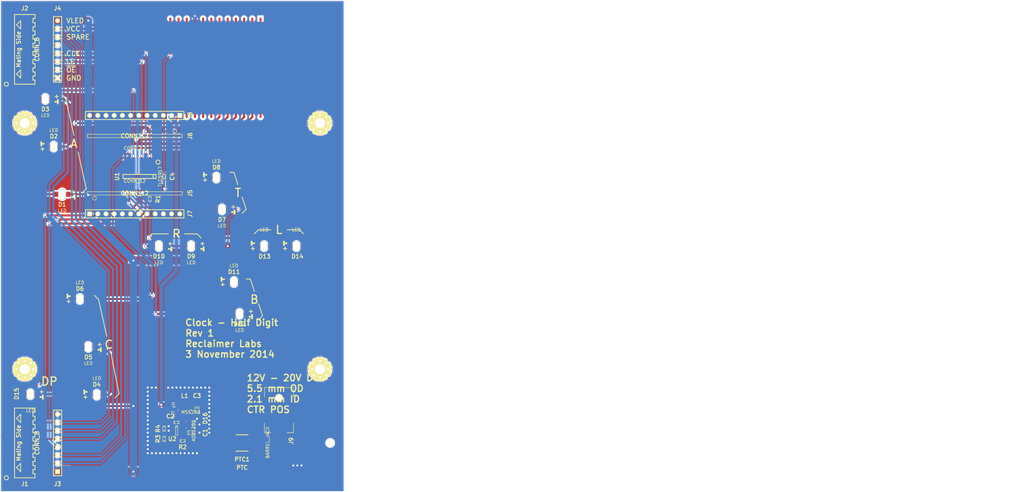
<source format=kicad_pcb>
(kicad_pcb (version 3) (host pcbnew "(2013-07-07 BZR 4022)-stable")
  (title_block (title "Clock Half Digit") (rev 1) (company "Reclaimer Labs"))
  (layers (15 F.Cu signal hide) (0 B.Cu signal hide) (18 B.Paste user) (19 F.Paste user) (20 B.SilkS user) (21 F.SilkS user) (22 B.Mask user) (23 F.Mask user) (28 Edge.Cuts user))
  (net 0 "")
  (net 1 +5V)
  (net 2 /CLK)
  (net 3 /LE)
  (net 4 /SDI)
  (net 5 /SDO)
  (net 6 /SPARE)
  (net 7 /~OE)
  (net 8 GND)
  (net 9 N-000001)
  (net 10 N-0000010)
  (net 11 N-0000012)
  (net 12 N-0000016)
  (net 13 N-0000017)
  (net 14 N-0000018)
  (net 15 N-0000019)
  (net 16 N-0000020)
  (net 17 N-0000021)
  (net 18 N-0000022)
  (net 19 N-0000023)
  (net 20 N-0000024)
  (net 21 N-0000025)
  (net 22 N-0000026)
  (net 23 N-0000027)
  (net 24 N-0000028)
  (net 25 N-0000029)
  (net 26 N-0000030)
  (net 27 N-0000031)
  (net 28 N-0000032)
  (net 29 N-0000034)
  (net 30 N-0000035)
  (net 31 N-0000036)
  (net 32 N-0000038)
  (net 33 N-000004)
  (net 34 N-0000040)
  (net 35 N-0000041)
  (net 36 N-0000043)
  (net 37 N-0000044)
  (net 38 N-0000045)
  (net 39 N-0000046)
  (net 40 N-0000047)
  (net 41 N-0000048)
  (net 42 N-000005)
  (net 43 N-000006)
  (net 44 N-000007)
  (net 45 N-000008)
  (net 46 VCC)
  (net 47 Vled)
  (module SSM-SV-12 (layer F.Cu) (at 110.255 110.645 180)
    (fp_text reference J6 (at -17.145 0 270) (layer F.SilkS) (effects (font (size 1.27 1.27) (thickness 0.254))))
    (fp_text value CONN_12 (at 0 -3.81 180) (layer F.SilkS))
    (pad 1 smd rect (at -13.97 1.905 180) (size 1.016 1.905) (layers F.Cu F.Paste F.Mask) (net 26 N-0000030))
    (pad 2 smd rect (at -11.43 -1.905 180) (size 1.016 1.905) (layers F.Cu F.Paste F.Mask) (net 25 N-0000029))
    (pad 3 smd rect (at -8.89 1.905 180) (size 1.016 1.905) (layers F.Cu F.Paste F.Mask) (net 24 N-0000028))
    (pad 4 smd rect (at -6.35 -1.905 180) (size 1.016 1.905) (layers F.Cu F.Paste F.Mask) (net 23 N-0000027))
    (pad 5 smd rect (at -3.81 1.905 180) (size 1.016 1.905) (layers F.Cu F.Paste F.Mask) (net 16 N-0000020))
    (pad 6 smd rect (at -1.27 -1.905 180) (size 1.016 1.905) (layers F.Cu F.Paste F.Mask) (net 22 N-0000026))
    (pad 7 smd rect (at 1.27 1.905 180) (size 1.016 1.905) (layers F.Cu F.Paste F.Mask) (net 21 N-0000025))
    (pad 8 smd rect (at 3.81 -1.905 180) (size 1.016 1.905) (layers F.Cu F.Paste F.Mask) (net 20 N-0000024))
    (pad 9 smd rect (at 6.35 1.905 180) (size 1.016 1.905) (layers F.Cu F.Paste F.Mask) (net 8 GND))
    (pad 10 smd rect (at 8.89 -1.905 180) (size 1.016 1.905) (layers F.Cu F.Paste F.Mask) (net 19 N-0000023))
    (pad 11 smd rect (at 11.43 1.905 180) (size 1.016 1.905) (layers F.Cu F.Paste F.Mask) (net 18 N-0000022))
    (pad 12 smd rect (at 13.97 -1.905 180) (size 1.016 1.905) (layers F.Cu F.Paste F.Mask) (net 46 VCC))
  )
  (module SSM-SV-12 (layer F.Cu) (at 110.255 128.425)
    (fp_text reference J5 (at 17.145 0 90) (layer F.SilkS) (effects (font (size 1.27 1.27) (thickness 0.254))))
    (fp_text value CONN_12 (at 0 -3.81) (layer F.SilkS))
    (pad 1 smd rect (at -13.97 1.905) (size 1.016 1.905) (layers F.Cu F.Paste F.Mask) (net 1 +5V))
    (pad 2 smd rect (at -11.43 -1.905) (size 1.016 1.905) (layers F.Cu F.Paste F.Mask) (net 8 GND))
    (pad 3 smd rect (at -8.89 1.905) (size 1.016 1.905) (layers F.Cu F.Paste F.Mask) (net 14 N-0000018))
    (pad 4 smd rect (at -6.35 -1.905) (size 1.016 1.905) (layers F.Cu F.Paste F.Mask) (net 13 N-0000017))
    (pad 5 smd rect (at -3.81 1.905) (size 1.016 1.905) (layers F.Cu F.Paste F.Mask) (net 12 N-0000016))
    (pad 6 smd rect (at -1.27 -1.905) (size 1.016 1.905) (layers F.Cu F.Paste F.Mask) (net 15 N-0000019))
    (pad 7 smd rect (at 1.27 1.905) (size 1.016 1.905) (layers F.Cu F.Paste F.Mask) (net 6 /SPARE))
    (pad 8 smd rect (at 3.81 -1.905) (size 1.016 1.905) (layers F.Cu F.Paste F.Mask) (net 4 /SDI))
    (pad 9 smd rect (at 6.35 1.905) (size 1.016 1.905) (layers F.Cu F.Paste F.Mask) (net 2 /CLK))
    (pad 10 smd rect (at 8.89 -1.905) (size 1.016 1.905) (layers F.Cu F.Paste F.Mask) (net 3 /LE))
    (pad 11 smd rect (at 11.43 1.905) (size 1.016 1.905) (layers F.Cu F.Paste F.Mask) (net 7 /~OE))
    (pad 12 smd rect (at 13.97 -1.905) (size 1.016 1.905) (layers F.Cu F.Paste F.Mask) (net 27 N-0000031))
  )
  (module SSM-SH-08 (layer F.Cu) (at 76.2 205.74 90)
    (fp_text reference J1 (at -12.7 0 180) (layer F.SilkS) (effects (font (size 1.27 1.27) (thickness 0.254))))
    (fp_text value CONN_8 (at 0 -8.255 90) (layer F.SilkS) (effects (font (size 1.27 1.27) (thickness 0.254))))
    (fp_text user "Mating Side" (at 0 -1.905 90) (layer F.SilkS) (effects (font (size 1.27 1.27) (thickness 0.254))))
    (pad 1 smd rect (at -8.89 -5.1435 90) (size 1.016 1.905) (layers F.Cu F.Paste F.Mask) (net 47 Vled))
    (pad 2 smd rect (at -6.35 -5.1435 90) (size 1.016 1.905) (layers F.Cu F.Paste F.Mask) (net 46 VCC))
    (pad 3 smd rect (at -3.81 -5.1435 90) (size 1.016 1.905) (layers F.Cu F.Paste F.Mask) (net 6 /SPARE))
    (pad 4 smd rect (at -1.27 -5.1435 90) (size 1.016 1.905) (layers F.Cu F.Paste F.Mask) (net 5 /SDO))
    (pad 5 smd rect (at 1.27 -5.1435 90) (size 1.016 1.905) (layers F.Cu F.Paste F.Mask) (net 2 /CLK))
    (pad 6 smd rect (at 3.81 -5.1435 90) (size 1.016 1.905) (layers F.Cu F.Paste F.Mask) (net 3 /LE))
    (pad 7 smd rect (at 6.35 -5.1435 90) (size 1.016 1.905) (layers F.Cu F.Paste F.Mask) (net 7 /~OE))
    (pad 8 smd rect (at 8.89 -5.1435 90) (size 1.016 1.905) (layers F.Cu F.Paste F.Mask) (net 8 GND))
    (pad 1 smd rect (at -8.89 5.1435 90) (size 1.016 1.905) (layers F.Cu F.Paste F.Mask) (net 47 Vled))
    (pad 2 smd rect (at -6.35 5.1435 90) (size 1.016 1.905) (layers F.Cu F.Paste F.Mask) (net 46 VCC))
    (pad 3 smd rect (at -3.81 5.1435 90) (size 1.016 1.905) (layers F.Cu F.Paste F.Mask) (net 6 /SPARE))
    (pad 4 smd rect (at -1.27 5.1435 90) (size 1.016 1.905) (layers F.Cu F.Paste F.Mask) (net 5 /SDO))
    (pad 5 smd rect (at 1.27 5.1435 90) (size 1.016 1.905) (layers F.Cu F.Paste F.Mask) (net 2 /CLK))
    (pad 6 smd rect (at 3.81 5.1435 90) (size 1.016 1.905) (layers F.Cu F.Paste F.Mask) (net 3 /LE))
    (pad 7 smd rect (at 6.35 5.1435 90) (size 1.016 1.905) (layers F.Cu F.Paste F.Mask) (net 7 /~OE))
    (pad 8 smd rect (at 8.89 5.1435 90) (size 1.016 1.905) (layers F.Cu F.Paste F.Mask) (net 8 GND))
  )
  (module SSM-SH-08 (layer F.Cu) (at 76.2 83.82 90)
    (fp_text reference J2 (at 12.7 0 180) (layer F.SilkS) (effects (font (size 1.27 1.27) (thickness 0.254))))
    (fp_text value CONN_8 (at 0 -8.255 90) (layer F.SilkS) (effects (font (size 1.27 1.27) (thickness 0.254))))
    (fp_text user "Mating Side" (at 0 -1.905 90) (layer F.SilkS) (effects (font (size 1.27 1.27) (thickness 0.254))))
    (pad 1 smd rect (at -8.89 -5.1435 90) (size 1.016 1.905) (layers F.Cu F.Paste F.Mask) (net 8 GND))
    (pad 2 smd rect (at -6.35 -5.1435 90) (size 1.016 1.905) (layers F.Cu F.Paste F.Mask) (net 7 /~OE))
    (pad 3 smd rect (at -3.81 -5.1435 90) (size 1.016 1.905) (layers F.Cu F.Paste F.Mask) (net 3 /LE))
    (pad 4 smd rect (at -1.27 -5.1435 90) (size 1.016 1.905) (layers F.Cu F.Paste F.Mask) (net 2 /CLK))
    (pad 5 smd rect (at 1.27 -5.1435 90) (size 1.016 1.905) (layers F.Cu F.Paste F.Mask) (net 29 N-0000034))
    (pad 6 smd rect (at 3.81 -5.1435 90) (size 1.016 1.905) (layers F.Cu F.Paste F.Mask) (net 6 /SPARE))
    (pad 7 smd rect (at 6.35 -5.1435 90) (size 1.016 1.905) (layers F.Cu F.Paste F.Mask) (net 46 VCC))
    (pad 8 smd rect (at 8.89 -5.1435 90) (size 1.016 1.905) (layers F.Cu F.Paste F.Mask) (net 47 Vled))
    (pad 1 smd rect (at -8.89 5.1435 90) (size 1.016 1.905) (layers F.Cu F.Paste F.Mask) (net 8 GND))
    (pad 2 smd rect (at -6.35 5.1435 90) (size 1.016 1.905) (layers F.Cu F.Paste F.Mask) (net 7 /~OE))
    (pad 3 smd rect (at -3.81 5.1435 90) (size 1.016 1.905) (layers F.Cu F.Paste F.Mask) (net 3 /LE))
    (pad 4 smd rect (at -1.27 5.1435 90) (size 1.016 1.905) (layers F.Cu F.Paste F.Mask) (net 2 /CLK))
    (pad 5 smd rect (at 1.27 5.1435 90) (size 1.016 1.905) (layers F.Cu F.Paste F.Mask) (net 29 N-0000034))
    (pad 6 smd rect (at 3.81 5.1435 90) (size 1.016 1.905) (layers F.Cu F.Paste F.Mask) (net 6 /SPARE))
    (pad 7 smd rect (at 6.35 5.1435 90) (size 1.016 1.905) (layers F.Cu F.Paste F.Mask) (net 46 VCC))
    (pad 8 smd rect (at 8.89 5.1435 90) (size 1.016 1.905) (layers F.Cu F.Paste F.Mask) (net 47 Vled))
  )
  (module SOT23_6_Jason (layer F.Cu) (at 123.19 201.93 270)
    (fp_text reference U2 (at 2.54 1.27 360) (layer F.SilkS) (effects (font (size 1.27 1.27) (thickness 0.254))))
    (fp_text value AOZ1280 (at 0 -5.334 270) (layer F.SilkS))
    (pad 1 smd rect (at -0.95 1.2 270) (size 0.63 0.8) (layers F.Cu F.Paste F.Mask) (net 31 N-0000036))
    (pad 2 smd rect (at 0 1.2 270) (size 0.63 0.8) (layers F.Cu F.Paste F.Mask) (net 8 GND))
    (pad 3 smd rect (at 0.95 1.2 270) (size 0.63 0.8) (layers F.Cu F.Paste F.Mask) (net 28 N-0000032))
    (pad 4 smd rect (at 0.95 -1.2 270) (size 0.63 0.8) (layers F.Cu F.Paste F.Mask) (net 32 N-0000038))
    (pad 5 smd rect (at 0 -1.2 270) (size 0.63 0.8) (layers F.Cu F.Paste F.Mask) (net 47 Vled))
    (pad 6 smd rect (at -0.95 -1.2 270) (size 0.63 0.8) (layers F.Cu F.Paste F.Mask) (net 30 N-0000035))
  )
  (module SOIC16_Jason (layer F.Cu) (at 111.76 123.19 270)
    (fp_text reference U1 (at 0 6.985 270) (layer F.SilkS) (effects (font (size 1.27 1.27) (thickness 0.254))))
    (fp_text value TLC5917 (at 0 -6.35 270) (layer F.SilkS))
    (pad 1 smd rect (at -2.3241 -4.445 270) (size 2.3876 0.508) (layers F.Cu F.Paste F.Mask) (net 8 GND))
    (pad 2 smd rect (at -2.3241 -3.175 270) (size 2.3876 0.508) (layers F.Cu F.Paste F.Mask) (net 4 /SDI))
    (pad 3 smd rect (at -2.3241 -1.905 270) (size 2.3876 0.508) (layers F.Cu F.Paste F.Mask) (net 2 /CLK))
    (pad 4 smd rect (at -2.3241 -0.635 270) (size 2.3876 0.508) (layers F.Cu F.Paste F.Mask) (net 3 /LE))
    (pad 5 smd rect (at -2.3241 0.635 270) (size 2.3876 0.508) (layers F.Cu F.Paste F.Mask))
    (pad 6 smd rect (at -2.3241 1.905 270) (size 2.3876 0.508) (layers F.Cu F.Paste F.Mask) (net 10 N-0000010))
    (pad 7 smd rect (at -2.3241 3.175 270) (size 2.3876 0.508) (layers F.Cu F.Paste F.Mask) (net 45 N-000008))
    (pad 8 smd rect (at -2.3241 4.445 270) (size 2.3876 0.508) (layers F.Cu F.Paste F.Mask) (net 44 N-000007))
    (pad 9 smd rect (at 2.3241 4.445 270) (size 2.3876 0.508) (layers F.Cu F.Paste F.Mask) (net 43 N-000006))
    (pad 10 smd rect (at 2.3241 3.175 270) (size 2.3876 0.508) (layers F.Cu F.Paste F.Mask) (net 42 N-000005))
    (pad 11 smd rect (at 2.3241 1.905 270) (size 2.3876 0.508) (layers F.Cu F.Paste F.Mask) (net 33 N-000004))
    (pad 12 smd rect (at 2.3241 0.635 270) (size 2.3876 0.508) (layers F.Cu F.Paste F.Mask) (net 9 N-000001))
    (pad 13 smd rect (at 2.3241 -0.635 270) (size 2.3876 0.508) (layers F.Cu F.Paste F.Mask) (net 7 /~OE))
    (pad 14 smd rect (at 2.3241 -1.905 270) (size 2.3876 0.508) (layers F.Cu F.Paste F.Mask) (net 5 /SDO))
    (pad 15 smd rect (at 2.3241 -3.175 270) (size 2.3876 0.508) (layers F.Cu F.Paste F.Mask) (net 11 N-0000012))
    (pad 16 smd rect (at 2.3241 -4.445 270) (size 2.3876 0.508) (layers F.Cu F.Paste F.Mask) (net 46 VCC))
  )
  (module HEADER_8X1 (layer F.Cu) (at 86.36 205.74 90)
    (fp_text reference J3 (at -12.7 0 180) (layer F.SilkS) (effects (font (size 1.27 1.27) (thickness 0.254))))
    (fp_text value CONN_8 (at 0 -6.35 90) (layer F.SilkS) (effects (font (size 1.27 1.27) (thickness 0.254))))
    (pad 1 thru_hole rect (at -8.89 0 90) (size 1.524 1.524) (drill 1.016) (layers *.Cu *.Mask F.SilkS) (net 47 Vled))
    (pad 2 thru_hole circle (at -6.35 0 90) (size 1.524 1.524) (drill 1.016) (layers *.Cu *.Mask F.SilkS) (net 46 VCC))
    (pad 3 thru_hole circle (at -3.81 0 90) (size 1.524 1.524) (drill 1.016) (layers *.Cu *.Mask F.SilkS) (net 6 /SPARE))
    (pad 4 thru_hole circle (at -1.27 0 90) (size 1.524 1.524) (drill 1.016) (layers *.Cu *.Mask F.SilkS) (net 5 /SDO))
    (pad 5 thru_hole circle (at 1.27 0 90) (size 1.524 1.524) (drill 1.016) (layers *.Cu *.Mask F.SilkS) (net 2 /CLK))
    (pad 6 thru_hole circle (at 3.81 0 90) (size 1.524 1.524) (drill 1.016) (layers *.Cu *.Mask F.SilkS) (net 3 /LE))
    (pad 7 thru_hole circle (at 6.35 0 90) (size 1.524 1.524) (drill 1.016) (layers *.Cu *.Mask F.SilkS) (net 7 /~OE))
    (pad 8 thru_hole circle (at 8.89 0 90) (size 1.524 1.524) (drill 1.016) (layers *.Cu *.Mask F.SilkS) (net 8 GND))
  )
  (module HEADER_8X1 (layer F.Cu) (at 86.36 83.82 90)
    (fp_text reference J4 (at 12.7 0 180) (layer F.SilkS) (effects (font (size 1.27 1.27) (thickness 0.254))))
    (fp_text value CONN_8 (at 0 -6.35 90) (layer F.SilkS) (effects (font (size 1.27 1.27) (thickness 0.254))))
    (pad 1 thru_hole rect (at -8.89 0 90) (size 1.524 1.524) (drill 1.016) (layers *.Cu *.Mask F.SilkS) (net 8 GND))
    (pad 2 thru_hole circle (at -6.35 0 90) (size 1.524 1.524) (drill 1.016) (layers *.Cu *.Mask F.SilkS) (net 7 /~OE))
    (pad 3 thru_hole circle (at -3.81 0 90) (size 1.524 1.524) (drill 1.016) (layers *.Cu *.Mask F.SilkS) (net 3 /LE))
    (pad 4 thru_hole circle (at -1.27 0 90) (size 1.524 1.524) (drill 1.016) (layers *.Cu *.Mask F.SilkS) (net 2 /CLK))
    (pad 5 thru_hole circle (at 1.27 0 90) (size 1.524 1.524) (drill 1.016) (layers *.Cu *.Mask F.SilkS) (net 29 N-0000034))
    (pad 6 thru_hole circle (at 3.81 0 90) (size 1.524 1.524) (drill 1.016) (layers *.Cu *.Mask F.SilkS) (net 6 /SPARE))
    (pad 7 thru_hole circle (at 6.35 0 90) (size 1.524 1.524) (drill 1.016) (layers *.Cu *.Mask F.SilkS) (net 46 VCC))
    (pad 8 thru_hole circle (at 8.89 0 90) (size 1.524 1.524) (drill 1.016) (layers *.Cu *.Mask F.SilkS) (net 47 Vled))
  )
  (module c_0805 (layer F.Cu) (at 127.635 202.565 180)
    (fp_text reference C1 (at -4.445 0 270) (layer F.SilkS) (effects (font (size 1.27 1.27) (thickness 0.254))))
    (fp_text value 4.7uF hide)
    (pad 1 smd rect (at 0.9525 0 180) (size 1.30048 1.4986) (layers F.Cu F.Paste F.Mask) (net 47 Vled))
    (pad 2 smd rect (at -0.9525 0 180) (size 1.30048 1.4986) (layers F.Cu F.Paste F.Mask) (net 8 GND))
  )
  (module c_0805 (layer F.Cu) (at 129.54 195.58 90)
    (fp_text reference C3 (at 4.445 0 180) (layer F.SilkS) (effects (font (size 1.27 1.27) (thickness 0.254))))
    (fp_text value 4.7uF hide)
    (pad 1 smd rect (at 0.9525 0 90) (size 1.30048 1.4986) (layers F.Cu F.Paste F.Mask) (net 1 +5V))
    (pad 2 smd rect (at -0.9525 0 90) (size 1.30048 1.4986) (layers F.Cu F.Paste F.Mask) (net 8 GND))
  )
  (module c_0603 (layer F.Cu) (at 119.38 204.47 270)
    (fp_text reference R3 (at 0 1.905 270) (layer F.SilkS) (effects (font (size 1.27 1.27) (thickness 0.254))))
    (fp_text value "49.9k 1%" hide)
    (pad 1 smd rect (at 0.75184 0 270) (size 0.89916 1.00076) (layers F.Cu F.Paste F.Mask) (net 1 +5V))
    (pad 2 smd rect (at -0.75184 0 270) (size 0.89916 1.00076) (layers F.Cu F.Paste F.Mask) (net 28 N-0000032))
  )
  (module c_0603 (layer F.Cu) (at 114.935 130.175 90)
    (fp_text reference R1 (at 0 2.54 90) (layer F.SilkS) (effects (font (size 1.27 1.27) (thickness 0.254))))
    (fp_text value "931R 1%" hide)
    (pad 1 smd rect (at 0.75184 0 90) (size 0.89916 1.00076) (layers F.Cu F.Paste F.Mask) (net 11 N-0000012))
    (pad 2 smd rect (at -0.75184 0 90) (size 0.89916 1.00076) (layers F.Cu F.Paste F.Mask) (net 8 GND))
  )
  (module c_0603 (layer F.Cu) (at 123.19 199.39 180)
    (fp_text reference C2 (at 1.905 1.905 180) (layer F.SilkS) (effects (font (size 1.27 1.27) (thickness 0.254))))
    (fp_text value 10nF hide)
    (pad 1 smd rect (at 0.75184 0 180) (size 0.89916 1.00076) (layers F.Cu F.Paste F.Mask) (net 31 N-0000036))
    (pad 2 smd rect (at -0.75184 0 180) (size 0.89916 1.00076) (layers F.Cu F.Paste F.Mask) (net 30 N-0000035))
  )
  (module c_0603 (layer F.Cu) (at 125.095 205.105)
    (fp_text reference R2 (at 0 1.905) (layer F.SilkS) (effects (font (size 1.27 1.27) (thickness 0.254))))
    (fp_text value "9.53k 1%" hide)
    (pad 1 smd rect (at 0.75184 0) (size 0.89916 1.00076) (layers F.Cu F.Paste F.Mask) (net 47 Vled))
    (pad 2 smd rect (at -0.75184 0) (size 0.89916 1.00076) (layers F.Cu F.Paste F.Mask) (net 32 N-0000038))
  )
  (module c_0603 (layer F.Cu) (at 119.38 201.295 270)
    (fp_text reference R4 (at 0 1.905 270) (layer F.SilkS) (effects (font (size 1.27 1.27) (thickness 0.254))))
    (fp_text value "9.53k 1%" hide)
    (pad 1 smd rect (at 0.75184 0 270) (size 0.89916 1.00076) (layers F.Cu F.Paste F.Mask) (net 28 N-0000032))
    (pad 2 smd rect (at -0.75184 0 270) (size 0.89916 1.00076) (layers F.Cu F.Paste F.Mask) (net 8 GND))
  )
  (module c_0603 (layer F.Cu) (at 119.38 123.19 270)
    (fp_text reference C4 (at 0 -2.54 270) (layer F.SilkS) (effects (font (size 1.27 1.27) (thickness 0.254))))
    (fp_text value 0.1uF hide)
    (pad 1 smd rect (at 0.75184 0 270) (size 0.89916 1.00076) (layers F.Cu F.Paste F.Mask) (net 46 VCC))
    (pad 2 smd rect (at -0.75184 0 270) (size 0.89916 1.00076) (layers F.Cu F.Paste F.Mask) (net 8 GND))
  )
  (module 2920_ptc (layer F.Cu) (at 143.51 205.74 180)
    (fp_text reference PTC1 (at 0 -5.08 180) (layer F.SilkS) (effects (font (size 1.27 1.27) (thickness 0.254))))
    (fp_text value PTC (at 0 -7.62 180) (layer F.SilkS) (effects (font (size 1.27 1.27) (thickness 0.254))))
    (pad 1 smd rect (at -3.7 0 180) (size 2.3 5.6) (layers F.Cu F.Paste F.Mask) (net 17 N-0000021))
    (pad 2 smd rect (at 3.7 0 180) (size 2.3 5.6) (layers F.Cu F.Paste F.Mask) (net 47 Vled))
  )
  (module 1515 (layer F.Cu) (at 125.73 195.58 90)
    (fp_text reference L1 (at 4.445 0 180) (layer F.SilkS) (effects (font (size 1.27 1.27) (thickness 0.254))))
    (fp_text value "4.7 uH" (at 0 -3.5 90) (layer F.SilkS))
    (pad 1 smd rect (at -1.651 0 90) (size 1.778 4.191) (layers F.Cu F.Paste F.Mask) (net 30 N-0000035))
    (pad 2 smd rect (at 1.651 0 90) (size 1.778 4.191) (layers F.Cu F.Paste F.Mask) (net 1 +5V))
  )
  (module MTHOLE_3mm (layer F.Cu) (at 167.64 106.68)
    (fp_text reference X1 hide)
    (fp_text value MTHOLE hide)
    (pad 1 thru_hole circle (at 0 0) (size 7.3 7.3) (drill 3.1) (layers *.Cu *.Mask F.SilkS) (net 8 GND))
  )
  (module MTHOLE_3mm (layer F.Cu) (at 167.64 182.88 180)
    (fp_text reference X2 hide)
    (fp_text value MTHOLE hide)
    (pad 1 thru_hole circle (at 0 0 180) (size 7.3 7.3) (drill 3.1) (layers *.Cu *.Mask F.SilkS) (net 8 GND))
  )
  (module MTHOLE_3mm (layer F.Cu) (at 76.2 106.68)
    (fp_text reference X3 hide)
    (fp_text value MTHOLE hide)
    (pad 1 thru_hole circle (at 0 0) (size 7.3 7.3) (drill 3.1) (layers *.Cu *.Mask F.SilkS) (net 8 GND))
  )
  (module MTHOLE_3mm (layer F.Cu) (at 76.2 182.88 180)
    (fp_text reference X4 hide)
    (fp_text value MTHOLE hide)
    (pad 1 thru_hole circle (at 0 0 180) (size 7.3 7.3) (drill 3.1) (layers *.Cu *.Mask F.SilkS) (net 8 GND))
  )
  (module MSS2P3 (layer F.Cu) (at 127.635 200.025)
    (fp_text reference D16 (at 4.445 -1.905 90) (layer F.SilkS) (effects (font (size 1.27 1.27) (thickness 0.254))))
    (fp_text value MSS2P3 (at 0 -3.81) (layer F.SilkS))
    (pad 2 smd rect (at -0.65 0) (size 2 1.1) (layers F.Cu F.Paste F.Mask) (net 30 N-0000035))
    (pad 1 smd rect (at 1.25 0) (size 0.8 0.8) (layers F.Cu F.Paste F.Mask) (net 8 GND))
  )
  (module HEADER_12X1 (layer F.Cu) (at 110.255 104.295 180)
    (fp_text reference J8 (at -17.145 0 270) (layer F.SilkS) (effects (font (size 1.27 1.27) (thickness 0.254))))
    (fp_text value CONN_12 (at 0 -6.35 180) (layer F.SilkS) (effects (font (size 1.27 1.27) (thickness 0.254))))
    (pad 1 thru_hole rect (at -13.97 0 180) (size 1.524 1.524) (drill 1.016) (layers *.Cu *.Mask F.SilkS) (net 26 N-0000030))
    (pad 2 thru_hole circle (at -11.43 0 180) (size 1.524 1.524) (drill 1.016) (layers *.Cu *.Mask F.SilkS) (net 25 N-0000029))
    (pad 3 thru_hole circle (at -8.89 0 180) (size 1.524 1.524) (drill 1.016) (layers *.Cu *.Mask F.SilkS) (net 24 N-0000028))
    (pad 4 thru_hole circle (at -6.35 0 180) (size 1.524 1.524) (drill 1.016) (layers *.Cu *.Mask F.SilkS) (net 23 N-0000027))
    (pad 5 thru_hole circle (at -3.81 0 180) (size 1.524 1.524) (drill 1.016) (layers *.Cu *.Mask F.SilkS) (net 16 N-0000020))
    (pad 6 thru_hole circle (at -1.27 0 180) (size 1.524 1.524) (drill 1.016) (layers *.Cu *.Mask F.SilkS) (net 22 N-0000026))
    (pad 7 thru_hole circle (at 1.27 0 180) (size 1.524 1.524) (drill 1.016) (layers *.Cu *.Mask F.SilkS) (net 21 N-0000025))
    (pad 8 thru_hole circle (at 3.81 0 180) (size 1.524 1.524) (drill 1.016) (layers *.Cu *.Mask F.SilkS) (net 20 N-0000024))
    (pad 9 thru_hole circle (at 6.35 0 180) (size 1.524 1.524) (drill 1.016) (layers *.Cu *.Mask F.SilkS) (net 8 GND))
    (pad 10 thru_hole circle (at 8.89 0 180) (size 1.524 1.524) (drill 1.016) (layers *.Cu *.Mask F.SilkS) (net 19 N-0000023))
    (pad 11 thru_hole circle (at 11.43 0 180) (size 1.524 1.524) (drill 1.016) (layers *.Cu *.Mask F.SilkS) (net 18 N-0000022))
    (pad 12 thru_hole circle (at 13.97 0 180) (size 1.524 1.524) (drill 1.016) (layers *.Cu *.Mask F.SilkS) (net 46 VCC))
  )
  (module HEADER_12X1 (layer F.Cu) (at 110.255 134.775)
    (fp_text reference J7 (at 17.145 0 90) (layer F.SilkS) (effects (font (size 1.27 1.27) (thickness 0.254))))
    (fp_text value CONN_12 (at 0 -6.35) (layer F.SilkS) (effects (font (size 1.27 1.27) (thickness 0.254))))
    (pad 1 thru_hole rect (at -13.97 0) (size 1.524 1.524) (drill 1.016) (layers *.Cu *.Mask F.SilkS) (net 1 +5V))
    (pad 2 thru_hole circle (at -11.43 0) (size 1.524 1.524) (drill 1.016) (layers *.Cu *.Mask F.SilkS) (net 8 GND))
    (pad 3 thru_hole circle (at -8.89 0) (size 1.524 1.524) (drill 1.016) (layers *.Cu *.Mask F.SilkS) (net 14 N-0000018))
    (pad 4 thru_hole circle (at -6.35 0) (size 1.524 1.524) (drill 1.016) (layers *.Cu *.Mask F.SilkS) (net 13 N-0000017))
    (pad 5 thru_hole circle (at -3.81 0) (size 1.524 1.524) (drill 1.016) (layers *.Cu *.Mask F.SilkS) (net 12 N-0000016))
    (pad 6 thru_hole circle (at -1.27 0) (size 1.524 1.524) (drill 1.016) (layers *.Cu *.Mask F.SilkS) (net 15 N-0000019))
    (pad 7 thru_hole circle (at 1.27 0) (size 1.524 1.524) (drill 1.016) (layers *.Cu *.Mask F.SilkS) (net 6 /SPARE))
    (pad 8 thru_hole circle (at 3.81 0) (size 1.524 1.524) (drill 1.016) (layers *.Cu *.Mask F.SilkS) (net 4 /SDI))
    (pad 9 thru_hole circle (at 6.35 0) (size 1.524 1.524) (drill 1.016) (layers *.Cu *.Mask F.SilkS) (net 2 /CLK))
    (pad 10 thru_hole circle (at 8.89 0) (size 1.524 1.524) (drill 1.016) (layers *.Cu *.Mask F.SilkS) (net 3 /LE))
    (pad 11 thru_hole circle (at 11.43 0) (size 1.524 1.524) (drill 1.016) (layers *.Cu *.Mask F.SilkS) (net 7 /~OE))
    (pad 12 thru_hole circle (at 13.97 0) (size 1.524 1.524) (drill 1.016) (layers *.Cu *.Mask F.SilkS) (net 27 N-0000031))
  )
  (module 1206_LED_Reverse (layer F.Cu) (at 93.27478 161.15287)
    (fp_text reference D6 (at 0 -3.175) (layer F.SilkS) (effects (font (size 1.27 1.27) (thickness 0.254))))
    (fp_text value LED (at 0 -5.08) (layer F.SilkS))
    (pad 1 smd rect (at -1.9 0) (size 1.3 1.6) (layers F.Cu F.Paste F.Mask) (net 34 N-0000040) (thermal_gap 0.127))
    (pad 2 smd rect (at 1.9 0) (size 1.3 1.6) (layers F.Cu F.Paste F.Mask) (net 45 N-000008) (thermal_gap 0.127))
    (pad "" thru_hole oval (at 0 0) (size 2.1524 3.1524) (drill oval 2 3) (layers *.Cu *.Mask F.SilkS))
  )
  (module 1206_LED_Reverse (layer F.Cu) (at 95.88955 175.98195 180)
    (fp_text reference D5 (at 0 -3.175 180) (layer F.SilkS) (effects (font (size 1.27 1.27) (thickness 0.254))))
    (fp_text value LED (at 0 -5.08 180) (layer F.SilkS))
    (pad 1 smd rect (at -1.9 0 180) (size 1.3 1.6) (layers F.Cu F.Paste F.Mask) (net 35 N-0000041) (thermal_gap 0.127))
    (pad 2 smd rect (at 1.9 0 180) (size 1.3 1.6) (layers F.Cu F.Paste F.Mask) (net 34 N-0000040) (thermal_gap 0.127))
    (pad "" thru_hole oval (at 0 0 180) (size 2.1524 3.1524) (drill oval 2 3) (layers *.Cu *.Mask F.SilkS))
  )
  (module 1206_LED_Reverse (layer F.Cu) (at 98.50433 190.81102)
    (fp_text reference D4 (at 0 -3.175) (layer F.SilkS) (effects (font (size 1.27 1.27) (thickness 0.254))))
    (fp_text value LED (at 0 -5.08) (layer F.SilkS))
    (pad 1 smd rect (at -1.9 0) (size 1.3 1.6) (layers F.Cu F.Paste F.Mask) (net 47 Vled) (thermal_gap 0.127))
    (pad 2 smd rect (at 1.9 0) (size 1.3 1.6) (layers F.Cu F.Paste F.Mask) (net 35 N-0000041) (thermal_gap 0.127))
    (pad "" thru_hole oval (at 0 0) (size 2.1524 3.1524) (drill oval 2 3) (layers *.Cu *.Mask F.SilkS))
  )
  (module 1206_LED_Reverse (layer F.Cu) (at 135.5543 123.54023)
    (fp_text reference D8 (at 0 -3.175) (layer F.SilkS) (effects (font (size 1.27 1.27) (thickness 0.254))))
    (fp_text value LED (at 0 -5.08) (layer F.SilkS))
    (pad 1 smd rect (at -1.9 0) (size 1.3 1.6) (layers F.Cu F.Paste F.Mask) (net 38 N-0000045) (thermal_gap 0.127))
    (pad 2 smd rect (at 1.9 0) (size 1.3 1.6) (layers F.Cu F.Paste F.Mask) (net 44 N-000007) (thermal_gap 0.127))
    (pad "" thru_hole oval (at 0 0) (size 2.1524 3.1524) (drill oval 2 3) (layers *.Cu *.Mask F.SilkS))
  )
  (module 1206_LED_Reverse (layer F.Cu) (at 137.2908 133.38847 180)
    (fp_text reference D7 (at 0 -3.175 180) (layer F.SilkS) (effects (font (size 1.27 1.27) (thickness 0.254))))
    (fp_text value LED (at 0 -5.08 180) (layer F.SilkS))
    (pad 1 smd rect (at -1.9 0 180) (size 1.3 1.6) (layers F.Cu F.Paste F.Mask) (net 47 Vled) (thermal_gap 0.127))
    (pad 2 smd rect (at 1.9 0 180) (size 1.3 1.6) (layers F.Cu F.Paste F.Mask) (net 38 N-0000045) (thermal_gap 0.127))
    (pad "" thru_hole oval (at 0 0 180) (size 2.1524 3.1524) (drill oval 2 3) (layers *.Cu *.Mask F.SilkS))
  )
  (module 1206_LED_Reverse (layer F.Cu) (at 150.3525 144.7688)
    (fp_text reference D13 (at 0.1425 3.1862) (layer F.SilkS) (effects (font (size 1.27 1.27) (thickness 0.254))))
    (fp_text value LED (at 0 -5.08) (layer F.SilkS))
    (pad 1 smd rect (at -1.9 0) (size 1.3 1.6) (layers F.Cu F.Paste F.Mask) (net 47 Vled) (thermal_gap 0.127))
    (pad 2 smd rect (at 1.9 0) (size 1.3 1.6) (layers F.Cu F.Paste F.Mask) (net 37 N-0000044) (thermal_gap 0.127))
    (pad "" thru_hole oval (at 0 0) (size 2.1524 3.1524) (drill oval 2 3) (layers *.Cu *.Mask F.SilkS))
  )
  (module 1206_LED_Reverse (layer F.Cu) (at 142.74673 165.75053 180)
    (fp_text reference D12 (at 0 -3.175 180) (layer F.SilkS) (effects (font (size 1.27 1.27) (thickness 0.254))))
    (fp_text value LED (at 0 -5.08 180) (layer F.SilkS))
    (pad 1 smd rect (at -1.9 0 180) (size 1.3 1.6) (layers F.Cu F.Paste F.Mask) (net 39 N-0000046) (thermal_gap 0.127))
    (pad 2 smd rect (at 1.9 0 180) (size 1.3 1.6) (layers F.Cu F.Paste F.Mask) (net 42 N-000005) (thermal_gap 0.127))
    (pad "" thru_hole oval (at 0 0 180) (size 2.1524 3.1524) (drill oval 2 3) (layers *.Cu *.Mask F.SilkS))
  )
  (module 1206_LED_Reverse (layer F.Cu) (at 160.3525 144.7688)
    (fp_text reference D14 (at 0.3025 3.1862) (layer F.SilkS) (effects (font (size 1.27 1.27) (thickness 0.254))))
    (fp_text value LED (at 0 -5.08) (layer F.SilkS))
    (pad 1 smd rect (at -1.9 0) (size 1.3 1.6) (layers F.Cu F.Paste F.Mask) (net 37 N-0000044) (thermal_gap 0.127))
    (pad 2 smd rect (at 1.9 0) (size 1.3 1.6) (layers F.Cu F.Paste F.Mask) (net 33 N-000004) (thermal_gap 0.127))
    (pad "" thru_hole oval (at 0 0) (size 2.1524 3.1524) (drill oval 2 3) (layers *.Cu *.Mask F.SilkS))
  )
  (module 1206_LED_Reverse (layer F.Cu) (at 82.57175 99.16855 180)
    (fp_text reference D3 (at 0 -3.175 180) (layer F.SilkS) (effects (font (size 1.27 1.27) (thickness 0.254))))
    (fp_text value LED (at 0 -5.08 180) (layer F.SilkS))
    (pad 1 smd rect (at -1.9 0 180) (size 1.3 1.6) (layers F.Cu F.Paste F.Mask) (net 40 N-0000047) (thermal_gap 0.127))
    (pad 2 smd rect (at 1.9 0 180) (size 1.3 1.6) (layers F.Cu F.Paste F.Mask) (net 10 N-0000010) (thermal_gap 0.127))
    (pad "" thru_hole oval (at 0 0 180) (size 2.1524 3.1524) (drill oval 2 3) (layers *.Cu *.Mask F.SilkS))
  )
  (module 1206_LED_Reverse (layer F.Cu) (at 141.01027 155.90247)
    (fp_text reference D11 (at 0 -3.175) (layer F.SilkS) (effects (font (size 1.27 1.27) (thickness 0.254))))
    (fp_text value LED (at 0 -5.08) (layer F.SilkS))
    (pad 1 smd rect (at -1.9 0) (size 1.3 1.6) (layers F.Cu F.Paste F.Mask) (net 47 Vled) (thermal_gap 0.127))
    (pad 2 smd rect (at 1.9 0) (size 1.3 1.6) (layers F.Cu F.Paste F.Mask) (net 39 N-0000046) (thermal_gap 0.127))
    (pad "" thru_hole oval (at 0 0) (size 2.1524 3.1524) (drill oval 2 3) (layers *.Cu *.Mask F.SilkS))
  )
  (module 1206_LED_Reverse (layer F.Cu) (at 85.1764 113.9401)
    (fp_text reference D2 (at 0 -3.175) (layer F.SilkS) (effects (font (size 1.27 1.27) (thickness 0.254))))
    (fp_text value LED (at 0 -5.08) (layer F.SilkS))
    (pad 1 smd rect (at -1.9 0) (size 1.3 1.6) (layers F.Cu F.Paste F.Mask) (net 41 N-0000048) (thermal_gap 0.127))
    (pad 2 smd rect (at 1.9 0) (size 1.3 1.6) (layers F.Cu F.Paste F.Mask) (net 40 N-0000047) (thermal_gap 0.127))
    (pad "" thru_hole oval (at 0 0) (size 2.1524 3.1524) (drill oval 2 3) (layers *.Cu *.Mask F.SilkS))
  )
  (module 1206_LED_Reverse (layer F.Cu) (at 87.78105 128.71165 180)
    (fp_text reference D1 (at 0 -3.175 180) (layer F.SilkS) (effects (font (size 1.27 1.27) (thickness 0.254))))
    (fp_text value LED (at 0 -5.08 180) (layer F.SilkS))
    (pad 1 smd rect (at -1.9 0 180) (size 1.3 1.6) (layers F.Cu F.Paste F.Mask) (net 47 Vled) (thermal_gap 0.127))
    (pad 2 smd rect (at 1.9 0 180) (size 1.3 1.6) (layers F.Cu F.Paste F.Mask) (net 41 N-0000048) (thermal_gap 0.127))
    (pad "" thru_hole oval (at 0 0 180) (size 2.1524 3.1524) (drill oval 2 3) (layers *.Cu *.Mask F.SilkS))
  )
  (module 1206_LED_Reverse (layer F.Cu) (at 117.7417 144.7688 180)
    (fp_text reference D10 (at 0 -3.175 180) (layer F.SilkS) (effects (font (size 1.27 1.27) (thickness 0.254))))
    (fp_text value LED (at 0 -5.08 180) (layer F.SilkS))
    (pad 1 smd rect (at -1.9 0 180) (size 1.3 1.6) (layers F.Cu F.Paste F.Mask) (net 36 N-0000043) (thermal_gap 0.127))
    (pad 2 smd rect (at 1.9 0 180) (size 1.3 1.6) (layers F.Cu F.Paste F.Mask) (net 43 N-000006) (thermal_gap 0.127))
    (pad "" thru_hole oval (at 0 0 180) (size 2.1524 3.1524) (drill oval 2 3) (layers *.Cu *.Mask F.SilkS))
  )
  (module 1206_LED_Reverse (layer F.Cu) (at 127.7417 144.7688 180)
    (fp_text reference D9 (at 0 -3.175 180) (layer F.SilkS) (effects (font (size 1.27 1.27) (thickness 0.254))))
    (fp_text value LED (at 0 -5.08 180) (layer F.SilkS))
    (pad 1 smd rect (at -1.9 0 180) (size 1.3 1.6) (layers F.Cu F.Paste F.Mask) (net 47 Vled) (thermal_gap 0.127))
    (pad 2 smd rect (at 1.9 0 180) (size 1.3 1.6) (layers F.Cu F.Paste F.Mask) (net 36 N-0000043) (thermal_gap 0.127))
    (pad "" thru_hole oval (at 0 0 180) (size 2.1524 3.1524) (drill oval 2 3) (layers *.Cu *.Mask F.SilkS))
  )
  (module 1206_LED_Reverse (layer F.Cu) (at 77.9267 190.6401 180)
    (fp_text reference D15 (at 4.2667 0.1401 270) (layer F.SilkS) (effects (font (size 1.27 1.27) (thickness 0.254))))
    (fp_text value LED (at 0 -5.08 180) (layer F.SilkS))
    (pad 1 smd rect (at -1.9 0 180) (size 1.3 1.6) (layers F.Cu F.Paste F.Mask) (net 47 Vled) (thermal_gap 0.127))
    (pad 2 smd rect (at 1.9 0 180) (size 1.3 1.6) (layers F.Cu F.Paste F.Mask) (net 9 N-000001) (thermal_gap 0.127))
    (pad "" thru_hole oval (at 0 0 180) (size 2.1524 3.1524) (drill oval 2 3) (layers *.Cu *.Mask F.SilkS))
  )
  (module PJ-036AH-SMT (layer F.Cu) (at 154.94 195.58 270)
    (fp_text reference J9 (at 9.525 -3.81 270) (layer F.SilkS) (effects (font (size 1.27 1.27) (thickness 0.254))))
    (fp_text value BARREL_JACK (at 10 3.5 270) (layer F.SilkS))
    (pad 1 smd rect (at 9 0 270) (size 4.4 3.3) (layers F.Cu F.Paste F.Mask) (net 17 N-0000021))
    (pad 2 smd rect (at 0 -6.45 270) (size 6.2 3.9) (layers F.Cu F.Paste F.Mask) (net 8 GND))
    (pad 3 smd rect (at 0 6.45 270) (size 6.2 3.9) (layers F.Cu F.Paste F.Mask))
    (pad "" thru_hole circle (at -3.8 0 270) (size 2.5 2.5) (drill 2) (layers *.Cu *.Mask F.SilkS))
  )
  (gr_text "12V - 20V DC\n5.5 mm OD\n2.1 mm ID\nCTR POS" (at 144.78 190.5) (layer F.SilkS) (effects (font (size 2.032 2.032) (thickness 0.381)) (justify left)))
  (gr_line (start 149.86 166.37) (end 148.59 167.64) (angle 90) (layer F.SilkS) (width 0.254))
  (gr_line (start 146.05 154.94) (end 144.78 154.94) (angle 90) (layer F.SilkS) (width 0.254))
  (gr_line (start 147.32 158.75) (end 146.05 154.94) (angle 90) (layer F.SilkS) (width 0.254))
  (gr_line (start 149.86 166.37) (end 148.59 162.56) (angle 90) (layer F.SilkS) (width 0.254))
  (gr_text B (at 147.32 161.29) (layer F.SilkS) (effects (font (size 2.54 2.54) (thickness 0.381))))
  (gr_line (start 140.97 121.92) (end 139.7 121.92) (angle 90) (layer F.SilkS) (width 0.254))
  (gr_line (start 140.97 121.92) (end 142.24 125.73) (angle 90) (layer F.SilkS) (width 0.254))
  (gr_line (start 144.78 133.35) (end 143.51 134.62) (angle 90) (layer F.SilkS) (width 0.254))
  (gr_line (start 144.78 133.35) (end 143.51 129.54) (angle 90) (layer F.SilkS) (width 0.254))
  (gr_text T (at 142.24 128.27) (layer F.SilkS) (effects (font (size 2.54 2.54) (thickness 0.381))))
  (gr_line (start 115.57 140.97) (end 114.3 142.24) (angle 90) (layer F.SilkS) (width 0.254))
  (gr_line (start 120.65 140.97) (end 115.57 140.97) (angle 90) (layer F.SilkS) (width 0.254))
  (gr_line (start 129.54 140.97) (end 130.81 142.24) (angle 90) (layer F.SilkS) (width 0.254))
  (gr_line (start 125.73 140.97) (end 129.54 140.97) (angle 90) (layer F.SilkS) (width 0.254))
  (gr_line (start 161.29 139.7) (end 162.56 140.97) (angle 90) (layer F.SilkS) (width 0.254))
  (gr_line (start 157.48 139.7) (end 161.29 139.7) (angle 90) (layer F.SilkS) (width 0.254))
  (gr_line (start 148.59 139.7) (end 152.4 139.7) (angle 90) (layer F.SilkS) (width 0.254))
  (gr_line (start 147.32 140.97) (end 148.59 139.7) (angle 90) (layer F.SilkS) (width 0.254))
  (gr_text R (at 123.19 140.97) (layer F.SilkS) (effects (font (size 2.54 2.54) (thickness 0.381))))
  (gr_text L (at 154.94 139.7) (layer F.SilkS) (effects (font (size 2.54 2.54) (thickness 0.381))))
  (gr_line (start 95.25 127) (end 93.98 128.27) (angle 90) (layer F.SilkS) (width 0.254))
  (gr_line (start 95.25 127) (end 92.71 115.57) (angle 90) (layer F.SilkS) (width 0.254))
  (gr_line (start 88.9 99.06) (end 87.63 97.79) (angle 90) (layer F.SilkS) (width 0.254))
  (gr_line (start 91.44 110.49) (end 88.9 99.06) (angle 90) (layer F.SilkS) (width 0.254))
  (gr_text A (at 91.44 113.03) (layer F.SilkS) (effects (font (size 2.54 2.54) (thickness 0.381))))
  (gr_line (start 104.14 191.77) (end 105.41 190.5) (angle 90) (layer F.SilkS) (width 0.254))
  (gr_line (start 105.41 190.5) (end 102.87 177.8) (angle 90) (layer F.SilkS) (width 0.254))
  (gr_line (start 101.6 172.72) (end 99.06 161.29) (angle 90) (layer F.SilkS) (width 0.254))
  (gr_line (start 97.79 160.02) (end 99.06 161.29) (angle 90) (layer F.SilkS) (width 0.254))
  (gr_text C (at 102.235 175.26) (layer F.SilkS) (effects (font (size 2.54 2.54) (thickness 0.381))))
  (gr_text DP (at 83.82 186.69) (layer F.SilkS) (effects (font (size 2.54 2.54) (thickness 0.381))))
  (gr_text VLED (at 88.9 74.93) (layer F.SilkS) (effects (font (size 1.524 1.524) (thickness 0.254)) (justify left)))
  (gr_text VCC (at 88.9 77.47) (layer F.SilkS) (effects (font (size 1.524 1.524) (thickness 0.254)) (justify left)))
  (gr_text SPARE (at 88.9 80.01) (layer F.SilkS) (effects (font (size 1.524 1.524) (thickness 0.254)) (justify left)))
  (gr_text CLK (at 88.9 85.09) (layer F.SilkS) (effects (font (size 1.524 1.524) (thickness 0.254)) (justify left)))
  (gr_text LE (at 88.9 87.63) (layer F.SilkS) (effects (font (size 1.524 1.524) (thickness 0.254)) (justify left)))
  (gr_text ~OE (at 88.9 90.17) (layer F.SilkS) (effects (font (size 1.524 1.524) (thickness 0.254)) (justify left)))
  (gr_text GND (at 88.9 92.71) (layer F.SilkS) (effects (font (size 1.524 1.524) (thickness 0.254)) (justify left)))
  (gr_text "Clock - Half Digit\nRev 1\nReclaimer Labs\n3 November 2014" (at 125.73 173.355) (layer F.SilkS) (effects (font (size 2.032 2.032) (thickness 0.381)) (justify left)))
  (gr_line (start 175.26 220.98) (end 68.58 220.98) (angle 90) (layer Edge.Cuts) (width 0.1))
  (gr_line (start 175.26 68.58) (end 175.26 220.98) (angle 90) (layer Edge.Cuts) (width 0.1))
  (gr_line (start 68.58 68.58) (end 175.26 68.58) (angle 90) (layer Edge.Cuts) (width 0.1))
  (gr_line (start 68.58 220.98) (end 68.58 68.58) (angle 90) (layer Edge.Cuts) (width 0.1))
  (segment (start 128.905 78.74) (end 128.905 80.01) (width 0.635) (layer F.Cu) (net 0))
  (segment (start 128.905 78.74) (end 128.905 74.295) (width 0.635) (layer F.Cu) (net 0))
  (segment (start 131.445 100.33) (end 131.445 99.06) (width 0.635) (layer F.Cu) (net 0))
  (segment (start 131.445 100.33) (end 131.445 104.775) (width 0.635) (layer F.Cu) (net 0))
  (segment (start 128.905 96.52) (end 128.905 95.25) (width 0.635) (layer F.Cu) (net 0))
  (segment (start 128.905 96.52) (end 128.905 104.775) (width 0.635) (layer F.Cu) (net 0))
  (segment (start 126.365 100.33) (end 126.365 99.06) (width 0.635) (layer F.Cu) (net 0))
  (segment (start 126.365 100.33) (end 126.365 104.775) (width 0.635) (layer F.Cu) (net 0))
  (segment (start 133.985 96.52) (end 133.985 95.25) (width 0.635) (layer F.Cu) (net 0))
  (segment (start 133.985 96.52) (end 133.985 104.775) (width 0.635) (layer F.Cu) (net 0))
  (segment (start 139.065 78.74) (end 139.065 80.01) (width 0.635) (layer F.Cu) (net 0))
  (segment (start 139.065 78.74) (end 139.065 74.295) (width 0.635) (layer F.Cu) (net 0))
  (segment (start 123.825 78.74) (end 123.825 80.01) (width 0.635) (layer F.Cu) (net 0))
  (segment (start 123.825 78.74) (end 123.825 74.295) (width 0.635) (layer F.Cu) (net 0))
  (segment (start 126.365 82.55) (end 126.365 83.82) (width 0.635) (layer F.Cu) (net 0))
  (segment (start 126.365 82.55) (end 126.365 74.295) (width 0.635) (layer F.Cu) (net 0))
  (segment (start 131.445 82.55) (end 131.445 83.82) (width 0.635) (layer F.Cu) (net 0))
  (segment (start 131.445 82.55) (end 131.445 74.295) (width 0.635) (layer F.Cu) (net 0))
  (segment (start 133.985 78.74) (end 133.985 80.01) (width 0.635) (layer F.Cu) (net 0))
  (segment (start 133.985 78.74) (end 133.985 74.295) (width 0.635) (layer F.Cu) (net 0))
  (segment (start 136.525 82.55) (end 136.525 83.82) (width 0.635) (layer F.Cu) (net 0))
  (segment (start 136.525 82.55) (end 136.525 74.295) (width 0.635) (layer F.Cu) (net 0))
  (segment (start 141.605 82.55) (end 141.605 83.82) (width 0.635) (layer F.Cu) (net 0))
  (segment (start 141.605 82.55) (end 141.605 74.295) (width 0.635) (layer F.Cu) (net 0))
  (segment (start 144.145 78.74) (end 144.145 80.01) (width 0.635) (layer F.Cu) (net 0))
  (segment (start 144.145 78.74) (end 144.145 74.295) (width 0.635) (layer F.Cu) (net 0))
  (segment (start 146.685 82.55) (end 146.685 83.82) (width 0.635) (layer F.Cu) (net 0))
  (segment (start 146.685 82.55) (end 146.685 74.295) (width 0.635) (layer F.Cu) (net 0))
  (segment (start 149.225 78.74) (end 149.225 80.01) (width 0.635) (layer F.Cu) (net 0))
  (segment (start 149.225 78.74) (end 149.225 74.295) (width 0.635) (layer F.Cu) (net 0))
  (segment (start 149.225 96.52) (end 149.225 95.25) (width 0.635) (layer F.Cu) (net 0))
  (segment (start 149.225 96.52) (end 149.225 104.775) (width 0.635) (layer F.Cu) (net 0))
  (segment (start 125.73 193.929) (end 118.491 193.929) (width 1.27) (layer F.Cu) (net 1))
  (via (at 118.491 193.929) (size 0.889) (layers F.Cu B.Cu) (net 1))
  (segment (start 118.491 193.929) (end 118.491 157.099) (width 1.27) (layer B.Cu) (net 1))
  (segment (start 119.38 205.22184) (end 119.38 206.375) (width 0.635) (layer F.Cu) (net 1))
  (segment (start 116.84 195.58) (end 118.491 193.929) (width 0.635) (layer F.Cu) (net 1))
  (segment (start 116.84 206.375) (end 116.84 195.58) (width 0.635) (layer F.Cu) (net 1))
  (segment (start 117.475 207.01) (end 116.84 206.375) (width 0.635) (layer F.Cu) (net 1))
  (segment (start 118.745 207.01) (end 117.475 207.01) (width 0.635) (layer F.Cu) (net 1))
  (segment (start 119.38 206.375) (end 118.745 207.01) (width 0.635) (layer F.Cu) (net 1))
  (segment (start 109.855 149.225) (end 112.395 149.225) (width 2.54) (layer F.Cu) (net 1))
  (via (at 109.855 149.225) (size 0.889) (layers F.Cu B.Cu) (net 1))
  (segment (start 109.855 149.225) (end 109.855 194.31) (width 2.54) (layer B.Cu) (net 1))
  (segment (start 109.855 149.225) (end 95.885 135.255) (width 2.54) (layer B.Cu) (net 1))
  (segment (start 95.885 135.255) (end 95.885 128.905) (width 2.54) (layer B.Cu) (net 1))
  (segment (start 86.36 85.09) (end 113.665 85.09) (width 0.635) (layer F.Cu) (net 2))
  (segment (start 113.665 85.09) (end 113.665 108.585) (width 0.635) (layer B.Cu) (net 2))
  (via (at 113.665 85.09) (size 0.889) (layers F.Cu B.Cu) (net 2))
  (segment (start 113.665 120.8659) (end 113.665 115.57) (width 0.635) (layer F.Cu) (net 2))
  (via (at 113.665 115.57) (size 0.889) (layers F.Cu B.Cu) (net 2))
  (segment (start 86.36 85.09) (end 87.63 85.09) (width 0.635) (layer B.Cu) (net 2))
  (segment (start 99.695 204.47) (end 86.36 204.47) (width 0.635) (layer B.Cu) (net 2))
  (segment (start 104.775 199.39) (end 99.695 204.47) (width 0.635) (layer B.Cu) (net 2))
  (segment (start 104.775 151.13) (end 104.775 199.39) (width 0.635) (layer B.Cu) (net 2))
  (segment (start 90.805 137.16) (end 104.775 151.13) (width 0.635) (layer B.Cu) (net 2))
  (segment (start 90.805 88.265) (end 90.805 137.16) (width 0.635) (layer B.Cu) (net 2))
  (segment (start 87.63 85.09) (end 90.805 88.265) (width 0.635) (layer B.Cu) (net 2))
  (segment (start 71.0565 204.47) (end 69.85 204.47) (width 0.635) (layer F.Cu) (net 2))
  (segment (start 71.0565 85.09) (end 69.85 85.09) (width 0.635) (layer F.Cu) (net 2))
  (segment (start 81.3435 204.47) (end 86.36 204.47) (width 0.635) (layer F.Cu) (net 2))
  (segment (start 71.0565 204.47) (end 81.3435 204.47) (width 0.635) (layer F.Cu) (net 2))
  (segment (start 86.36 85.09) (end 81.3435 85.09) (width 0.635) (layer F.Cu) (net 2))
  (segment (start 71.0565 85.09) (end 81.3435 85.09) (width 0.635) (layer F.Cu) (net 2))
  (via (at 112.395 110.49) (size 0.889) (layers F.Cu B.Cu) (net 3))
  (segment (start 138.43 110.49) (end 112.395 110.49) (width 0.635) (layer F.Cu) (net 3))
  (segment (start 144.145 104.775) (end 138.43 110.49) (width 0.635) (layer F.Cu) (net 3))
  (segment (start 112.395 110.49) (end 112.395 116.84) (width 0.635) (layer B.Cu) (net 3))
  (segment (start 144.145 96.52) (end 144.145 95.25) (width 0.635) (layer F.Cu) (net 3))
  (segment (start 144.145 96.52) (end 144.145 104.775) (width 0.635) (layer F.Cu) (net 3))
  (segment (start 86.36 87.63) (end 112.395 87.63) (width 0.635) (layer F.Cu) (net 3))
  (segment (start 112.395 87.63) (end 112.395 109.855) (width 0.635) (layer B.Cu) (net 3))
  (via (at 112.395 87.63) (size 0.889) (layers F.Cu B.Cu) (net 3))
  (segment (start 112.395 116.84) (end 112.395 120.8659) (width 0.635) (layer F.Cu) (net 3))
  (segment (start 112.395 109.855) (end 112.395 110.49) (width 0.635) (layer B.Cu) (net 3))
  (via (at 112.395 116.84) (size 0.889) (layers F.Cu B.Cu) (net 3))
  (segment (start 86.36 201.93) (end 99.695 201.93) (width 0.635) (layer B.Cu) (net 3))
  (segment (start 87.63 87.63) (end 86.36 87.63) (width 0.635) (layer B.Cu) (net 3))
  (segment (start 89.535 89.535) (end 87.63 87.63) (width 0.635) (layer B.Cu) (net 3))
  (segment (start 89.535 121.92) (end 89.535 97.79) (width 0.635) (layer B.Cu) (net 3))
  (segment (start 89.535 97.79) (end 89.535 89.535) (width 0.635) (layer B.Cu) (net 3))
  (segment (start 85.09 126.365) (end 89.535 121.92) (width 0.635) (layer B.Cu) (net 3))
  (segment (start 85.09 133.35) (end 85.09 126.365) (width 0.635) (layer B.Cu) (net 3))
  (segment (start 103.505 151.765) (end 85.09 133.35) (width 0.635) (layer B.Cu) (net 3))
  (segment (start 103.505 198.12) (end 103.505 151.765) (width 0.635) (layer B.Cu) (net 3))
  (segment (start 99.695 201.93) (end 103.505 198.12) (width 0.635) (layer B.Cu) (net 3))
  (segment (start 71.0565 201.93) (end 69.85 201.93) (width 0.635) (layer F.Cu) (net 3))
  (segment (start 71.0565 87.63) (end 69.85 87.63) (width 0.635) (layer F.Cu) (net 3))
  (segment (start 81.3435 201.93) (end 86.36 201.93) (width 0.635) (layer F.Cu) (net 3))
  (segment (start 71.0565 201.93) (end 81.3435 201.93) (width 0.635) (layer F.Cu) (net 3))
  (segment (start 81.3435 87.63) (end 71.0565 87.63) (width 0.635) (layer F.Cu) (net 3))
  (segment (start 86.36 87.63) (end 81.3435 87.63) (width 0.635) (layer F.Cu) (net 3))
  (via (at 119.38 127) (size 0.889) (layers F.Cu B.Cu) (net 3))
  (via (at 121.285 85.725) (size 0.889) (layers F.Cu B.Cu) (net 3))
  (segment (start 119.38 87.63) (end 121.285 85.725) (width 0.635) (layer B.Cu) (net 3))
  (segment (start 119.38 87.63) (end 119.38 127) (width 0.635) (layer B.Cu) (net 3))
  (segment (start 119.38 123.94184) (end 119.38 127) (width 0.635) (layer F.Cu) (net 3))
  (segment (start 119.38 127) (end 118.745 127.635) (width 0.635) (layer F.Cu) (net 3))
  (segment (start 118.745 127.635) (end 116.84 127.635) (width 0.635) (layer F.Cu) (net 3))
  (segment (start 139.065 104.775) (end 135.89 107.95) (width 0.635) (layer F.Cu) (net 4))
  (segment (start 135.89 107.95) (end 114.935 107.95) (width 0.635) (layer F.Cu) (net 4))
  (via (at 114.935 107.95) (size 0.889) (layers F.Cu B.Cu) (net 4))
  (segment (start 114.935 107.95) (end 114.935 116.84) (width 0.635) (layer B.Cu) (net 4))
  (via (at 114.935 116.84) (size 0.889) (layers F.Cu B.Cu) (net 4))
  (segment (start 114.935 116.84) (end 114.935 120.8659) (width 0.635) (layer F.Cu) (net 4))
  (segment (start 139.065 96.52) (end 139.065 95.25) (width 0.635) (layer F.Cu) (net 4))
  (segment (start 139.065 96.52) (end 139.065 104.775) (width 0.635) (layer F.Cu) (net 4))
  (segment (start 113.665 134.62) (end 113.665 144.78) (width 0.635) (layer B.Cu) (net 4))
  (segment (start 107.315 128.27) (end 113.665 134.62) (width 0.635) (layer B.Cu) (net 4))
  (segment (start 86.36 207.01) (end 83.82 204.47) (width 0.635) (layer B.Cu) (net 5))
  (segment (start 113.665 133.985) (end 113.665 125.5141) (width 0.635) (layer F.Cu) (net 5))
  (segment (start 109.855 137.795) (end 113.665 133.985) (width 0.635) (layer F.Cu) (net 5))
  (segment (start 83.82 137.795) (end 109.855 137.795) (width 0.635) (layer F.Cu) (net 5))
  (via (at 83.82 137.795) (size 0.889) (layers F.Cu B.Cu) (net 5))
  (segment (start 83.82 204.47) (end 83.82 137.795) (width 0.635) (layer B.Cu) (net 5))
  (segment (start 71.0565 207.01) (end 69.85 207.01) (width 0.635) (layer F.Cu) (net 5))
  (segment (start 81.3435 207.01) (end 86.36 207.01) (width 0.635) (layer F.Cu) (net 5))
  (segment (start 71.0565 207.01) (end 81.3435 207.01) (width 0.635) (layer F.Cu) (net 5))
  (segment (start 136.525 104.775) (end 134.62 106.68) (width 0.635) (layer F.Cu) (net 6))
  (segment (start 134.62 106.68) (end 92.075 106.68) (width 0.635) (layer F.Cu) (net 6))
  (via (at 92.075 106.68) (size 0.889) (layers F.Cu B.Cu) (net 6))
  (segment (start 136.525 100.33) (end 136.525 99.06) (width 0.635) (layer F.Cu) (net 6))
  (segment (start 136.525 100.33) (end 136.525 104.775) (width 0.635) (layer F.Cu) (net 6))
  (segment (start 86.36 209.55) (end 99.695 209.55) (width 0.635) (layer B.Cu) (net 6))
  (segment (start 87.63 80.01) (end 86.36 80.01) (width 0.635) (layer B.Cu) (net 6))
  (segment (start 92.075 84.455) (end 87.63 80.01) (width 0.635) (layer B.Cu) (net 6))
  (segment (start 92.075 136.525) (end 92.075 106.68) (width 0.635) (layer B.Cu) (net 6))
  (segment (start 92.075 106.68) (end 92.075 106.045) (width 0.635) (layer B.Cu) (net 6))
  (segment (start 92.075 106.045) (end 92.075 84.455) (width 0.635) (layer B.Cu) (net 6))
  (segment (start 106.045 150.495) (end 92.075 136.525) (width 0.635) (layer B.Cu) (net 6))
  (segment (start 106.045 203.2) (end 106.045 150.495) (width 0.635) (layer B.Cu) (net 6))
  (segment (start 99.695 209.55) (end 106.045 203.2) (width 0.635) (layer B.Cu) (net 6))
  (segment (start 71.0565 209.55) (end 69.85 209.55) (width 0.635) (layer F.Cu) (net 6))
  (segment (start 71.0565 80.01) (end 69.85 80.01) (width 0.635) (layer F.Cu) (net 6))
  (segment (start 71.0565 80.01) (end 81.3435 80.01) (width 0.635) (layer F.Cu) (net 6))
  (segment (start 81.3435 80.01) (end 86.36 80.01) (width 0.635) (layer F.Cu) (net 6))
  (segment (start 81.3435 209.55) (end 86.36 209.55) (width 0.635) (layer F.Cu) (net 6))
  (segment (start 71.0565 209.55) (end 81.3435 209.55) (width 0.635) (layer F.Cu) (net 6))
  (segment (start 112.395 125.5141) (end 112.395 128.27) (width 0.635) (layer F.Cu) (net 7))
  (via (at 112.395 128.27) (size 0.889) (layers F.Cu B.Cu) (net 7))
  (segment (start 112.395 125.5141) (end 112.395 132.715) (width 0.635) (layer F.Cu) (net 7))
  (via (at 86.36 136.525) (size 0.889) (layers F.Cu B.Cu) (net 7))
  (segment (start 108.585 136.525) (end 86.36 136.525) (width 0.635) (layer F.Cu) (net 7))
  (segment (start 112.395 132.715) (end 108.585 136.525) (width 0.635) (layer F.Cu) (net 7))
  (segment (start 86.36 90.17) (end 87.63 90.17) (width 0.635) (layer B.Cu) (net 7))
  (segment (start 99.695 199.39) (end 86.36 199.39) (width 0.635) (layer B.Cu) (net 7))
  (segment (start 102.235 196.85) (end 99.695 199.39) (width 0.635) (layer B.Cu) (net 7))
  (segment (start 102.235 152.4) (end 102.235 196.85) (width 0.635) (layer B.Cu) (net 7))
  (segment (start 83.82 133.985) (end 86.36 136.525) (width 0.635) (layer B.Cu) (net 7))
  (segment (start 86.36 136.525) (end 102.235 152.4) (width 0.635) (layer B.Cu) (net 7))
  (segment (start 83.82 125.73) (end 83.82 133.985) (width 0.635) (layer B.Cu) (net 7))
  (segment (start 88.265 121.285) (end 83.82 125.73) (width 0.635) (layer B.Cu) (net 7))
  (segment (start 88.265 90.805) (end 88.265 121.285) (width 0.635) (layer B.Cu) (net 7))
  (segment (start 87.63 90.17) (end 88.265 90.805) (width 0.635) (layer B.Cu) (net 7))
  (segment (start 71.0565 199.39) (end 69.85 199.39) (width 0.635) (layer F.Cu) (net 7))
  (segment (start 71.0565 90.17) (end 69.85 90.17) (width 0.635) (layer F.Cu) (net 7))
  (segment (start 81.3435 199.39) (end 86.36 199.39) (width 0.635) (layer F.Cu) (net 7))
  (segment (start 71.0565 199.39) (end 81.3435 199.39) (width 0.635) (layer F.Cu) (net 7))
  (segment (start 71.0565 90.17) (end 81.3435 90.17) (width 0.635) (layer F.Cu) (net 7))
  (segment (start 81.3435 90.17) (end 86.36 90.17) (width 0.635) (layer F.Cu) (net 7))
  (segment (start 76.2 104.14) (end 76.2 106.68) (width 1.27) (layer F.Cu) (net 8))
  (via (at 76.2 104.14) (size 0.889) (layers F.Cu B.Cu) (net 8))
  (segment (start 76.2 106.68) (end 76.2 104.14) (width 1.27) (layer B.Cu) (net 8))
  (segment (start 78.74 106.68) (end 76.2 106.68) (width 1.27) (layer B.Cu) (net 8))
  (via (at 78.74 106.68) (size 0.889) (layers F.Cu B.Cu) (net 8))
  (segment (start 76.2 106.68) (end 78.74 106.68) (width 1.27) (layer F.Cu) (net 8))
  (segment (start 78.105 104.775) (end 76.2 106.68) (width 1.27) (layer F.Cu) (net 8))
  (via (at 78.105 104.775) (size 0.889) (layers F.Cu B.Cu) (net 8))
  (segment (start 76.2 106.68) (end 78.105 104.775) (width 1.27) (layer B.Cu) (net 8))
  (segment (start 76.2 109.22) (end 76.2 106.68) (width 1.27) (layer B.Cu) (net 8))
  (via (at 76.2 109.22) (size 0.889) (layers F.Cu B.Cu) (net 8))
  (segment (start 76.2 106.68) (end 76.2 109.22) (width 1.27) (layer F.Cu) (net 8))
  (segment (start 78.105 108.585) (end 76.2 106.68) (width 1.27) (layer F.Cu) (net 8))
  (via (at 78.105 108.585) (size 0.889) (layers F.Cu B.Cu) (net 8))
  (segment (start 76.2 106.68) (end 78.105 108.585) (width 1.27) (layer B.Cu) (net 8))
  (segment (start 74.295 108.585) (end 76.2 106.68) (width 1.27) (layer F.Cu) (net 8))
  (via (at 74.295 108.585) (size 0.889) (layers F.Cu B.Cu) (net 8))
  (segment (start 76.2 106.68) (end 74.295 108.585) (width 1.27) (layer B.Cu) (net 8))
  (segment (start 73.66 106.68) (end 76.2 106.68) (width 1.27) (layer B.Cu) (net 8))
  (via (at 73.66 106.68) (size 0.889) (layers F.Cu B.Cu) (net 8))
  (segment (start 76.2 106.68) (end 73.66 106.68) (width 1.27) (layer F.Cu) (net 8))
  (segment (start 74.295 104.775) (end 76.2 106.68) (width 1.27) (layer F.Cu) (net 8))
  (via (at 74.295 104.775) (size 0.889) (layers F.Cu B.Cu) (net 8))
  (segment (start 76.2 106.68) (end 74.295 104.775) (width 1.27) (layer B.Cu) (net 8))
  (segment (start 76.2 182.88) (end 74.295 180.975) (width 1.27) (layer B.Cu) (net 8))
  (via (at 74.295 180.975) (size 0.889) (layers F.Cu B.Cu) (net 8))
  (segment (start 74.295 180.975) (end 76.2 182.88) (width 1.27) (layer F.Cu) (net 8))
  (segment (start 76.2 182.88) (end 73.66 182.88) (width 1.27) (layer F.Cu) (net 8))
  (via (at 73.66 182.88) (size 0.889) (layers F.Cu B.Cu) (net 8))
  (segment (start 73.66 182.88) (end 76.2 182.88) (width 1.27) (layer B.Cu) (net 8))
  (segment (start 76.2 182.88) (end 74.295 184.785) (width 1.27) (layer B.Cu) (net 8))
  (via (at 74.295 184.785) (size 0.889) (layers F.Cu B.Cu) (net 8))
  (segment (start 74.295 184.785) (end 76.2 182.88) (width 1.27) (layer F.Cu) (net 8))
  (segment (start 76.2 182.88) (end 78.105 184.785) (width 1.27) (layer B.Cu) (net 8))
  (via (at 78.105 184.785) (size 0.889) (layers F.Cu B.Cu) (net 8))
  (segment (start 78.105 184.785) (end 76.2 182.88) (width 1.27) (layer F.Cu) (net 8))
  (segment (start 76.2 182.88) (end 76.2 185.42) (width 1.27) (layer F.Cu) (net 8))
  (via (at 76.2 185.42) (size 0.889) (layers F.Cu B.Cu) (net 8))
  (segment (start 76.2 185.42) (end 76.2 182.88) (width 1.27) (layer B.Cu) (net 8))
  (segment (start 76.2 182.88) (end 78.105 180.975) (width 1.27) (layer B.Cu) (net 8))
  (via (at 78.105 180.975) (size 0.889) (layers F.Cu B.Cu) (net 8))
  (segment (start 78.105 180.975) (end 76.2 182.88) (width 1.27) (layer F.Cu) (net 8))
  (segment (start 76.2 182.88) (end 78.74 182.88) (width 1.27) (layer F.Cu) (net 8))
  (via (at 78.74 182.88) (size 0.889) (layers F.Cu B.Cu) (net 8))
  (segment (start 78.74 182.88) (end 76.2 182.88) (width 1.27) (layer B.Cu) (net 8))
  (segment (start 76.2 182.88) (end 76.2 180.34) (width 1.27) (layer B.Cu) (net 8))
  (via (at 76.2 180.34) (size 0.889) (layers F.Cu B.Cu) (net 8))
  (segment (start 76.2 180.34) (end 76.2 182.88) (width 1.27) (layer F.Cu) (net 8))
  (segment (start 167.64 180.34) (end 167.64 182.88) (width 1.27) (layer F.Cu) (net 8))
  (via (at 167.64 180.34) (size 0.889) (layers F.Cu B.Cu) (net 8))
  (segment (start 167.64 182.88) (end 167.64 180.34) (width 1.27) (layer B.Cu) (net 8))
  (segment (start 170.18 182.88) (end 167.64 182.88) (width 1.27) (layer B.Cu) (net 8))
  (via (at 170.18 182.88) (size 0.889) (layers F.Cu B.Cu) (net 8))
  (segment (start 167.64 182.88) (end 170.18 182.88) (width 1.27) (layer F.Cu) (net 8))
  (segment (start 169.545 180.975) (end 167.64 182.88) (width 1.27) (layer F.Cu) (net 8))
  (via (at 169.545 180.975) (size 0.889) (layers F.Cu B.Cu) (net 8))
  (segment (start 167.64 182.88) (end 169.545 180.975) (width 1.27) (layer B.Cu) (net 8))
  (segment (start 167.64 185.42) (end 167.64 182.88) (width 1.27) (layer B.Cu) (net 8))
  (via (at 167.64 185.42) (size 0.889) (layers F.Cu B.Cu) (net 8))
  (segment (start 167.64 182.88) (end 167.64 185.42) (width 1.27) (layer F.Cu) (net 8))
  (segment (start 169.545 184.785) (end 167.64 182.88) (width 1.27) (layer F.Cu) (net 8))
  (via (at 169.545 184.785) (size 0.889) (layers F.Cu B.Cu) (net 8))
  (segment (start 167.64 182.88) (end 169.545 184.785) (width 1.27) (layer B.Cu) (net 8))
  (segment (start 165.735 184.785) (end 167.64 182.88) (width 1.27) (layer F.Cu) (net 8))
  (via (at 165.735 184.785) (size 0.889) (layers F.Cu B.Cu) (net 8))
  (segment (start 167.64 182.88) (end 165.735 184.785) (width 1.27) (layer B.Cu) (net 8))
  (segment (start 165.1 182.88) (end 167.64 182.88) (width 1.27) (layer B.Cu) (net 8))
  (via (at 165.1 182.88) (size 0.889) (layers F.Cu B.Cu) (net 8))
  (segment (start 167.64 182.88) (end 165.1 182.88) (width 1.27) (layer F.Cu) (net 8))
  (segment (start 165.735 180.975) (end 167.64 182.88) (width 1.27) (layer F.Cu) (net 8))
  (via (at 165.735 180.975) (size 0.889) (layers F.Cu B.Cu) (net 8))
  (segment (start 167.64 182.88) (end 165.735 180.975) (width 1.27) (layer B.Cu) (net 8))
  (segment (start 167.64 106.68) (end 165.735 104.775) (width 1.27) (layer B.Cu) (net 8))
  (via (at 165.735 104.775) (size 0.889) (layers F.Cu B.Cu) (net 8))
  (segment (start 165.735 104.775) (end 167.64 106.68) (width 1.27) (layer F.Cu) (net 8))
  (segment (start 167.64 106.68) (end 165.1 106.68) (width 1.27) (layer F.Cu) (net 8))
  (via (at 165.1 106.68) (size 0.889) (layers F.Cu B.Cu) (net 8))
  (segment (start 165.1 106.68) (end 167.64 106.68) (width 1.27) (layer B.Cu) (net 8))
  (segment (start 167.64 106.68) (end 165.735 108.585) (width 1.27) (layer B.Cu) (net 8))
  (via (at 165.735 108.585) (size 0.889) (layers F.Cu B.Cu) (net 8))
  (segment (start 165.735 108.585) (end 167.64 106.68) (width 1.27) (layer F.Cu) (net 8))
  (segment (start 167.64 106.68) (end 169.545 108.585) (width 1.27) (layer B.Cu) (net 8))
  (via (at 169.545 108.585) (size 0.889) (layers F.Cu B.Cu) (net 8))
  (segment (start 169.545 108.585) (end 167.64 106.68) (width 1.27) (layer F.Cu) (net 8))
  (segment (start 167.64 106.68) (end 167.64 109.22) (width 1.27) (layer F.Cu) (net 8))
  (via (at 167.64 109.22) (size 0.889) (layers F.Cu B.Cu) (net 8))
  (segment (start 167.64 109.22) (end 167.64 106.68) (width 1.27) (layer B.Cu) (net 8))
  (segment (start 167.64 106.68) (end 169.545 104.775) (width 1.27) (layer B.Cu) (net 8))
  (via (at 169.545 104.775) (size 0.889) (layers F.Cu B.Cu) (net 8))
  (segment (start 169.545 104.775) (end 167.64 106.68) (width 1.27) (layer F.Cu) (net 8))
  (segment (start 167.64 106.68) (end 170.18 106.68) (width 1.27) (layer F.Cu) (net 8))
  (via (at 170.18 106.68) (size 0.889) (layers F.Cu B.Cu) (net 8))
  (segment (start 170.18 106.68) (end 167.64 106.68) (width 1.27) (layer B.Cu) (net 8))
  (segment (start 167.64 106.68) (end 167.64 104.14) (width 1.27) (layer B.Cu) (net 8))
  (via (at 167.64 104.14) (size 0.889) (layers F.Cu B.Cu) (net 8))
  (segment (start 167.64 104.14) (end 167.64 106.68) (width 1.27) (layer F.Cu) (net 8))
  (segment (start 133.35 202.565) (end 133.35 188.595) (width 0.635) (layer F.Cu) (net 8))
  (segment (start 133.35 188.595) (end 114.3 188.595) (width 0.635) (layer F.Cu) (net 8))
  (segment (start 114.3 188.595) (end 114.3 208.915) (width 0.635) (layer F.Cu) (net 8))
  (segment (start 114.3 208.915) (end 129.54 208.915) (width 0.635) (layer F.Cu) (net 8))
  (segment (start 116.84 188.595) (end 114.3 188.595) (width 0.635) (layer B.Cu) (net 8))
  (segment (start 114.3 188.595) (end 114.3 208.915) (width 0.635) (layer B.Cu) (net 8))
  (segment (start 114.3 208.915) (end 129.54 208.915) (width 0.635) (layer B.Cu) (net 8))
  (segment (start 133.35 202.565) (end 133.35 188.595) (width 0.635) (layer B.Cu) (net 8))
  (segment (start 133.35 188.595) (end 120.65 188.595) (width 0.635) (layer B.Cu) (net 8))
  (segment (start 128.27 208.915) (end 129.54 208.915) (width 0.635) (layer B.Cu) (net 8))
  (segment (start 114.3 202.565) (end 114.3 203.835) (width 0.635) (layer B.Cu) (net 8))
  (via (at 114.3 203.835) (size 0.889) (layers F.Cu B.Cu) (net 8))
  (segment (start 114.3 203.835) (end 114.3 205.105) (width 0.635) (layer F.Cu) (net 8))
  (via (at 114.3 205.105) (size 0.889) (layers F.Cu B.Cu) (net 8))
  (segment (start 114.3 205.105) (end 114.3 206.375) (width 0.635) (layer B.Cu) (net 8))
  (via (at 114.3 206.375) (size 0.889) (layers F.Cu B.Cu) (net 8))
  (segment (start 114.3 206.375) (end 114.3 207.645) (width 0.635) (layer F.Cu) (net 8))
  (via (at 114.3 207.645) (size 0.889) (layers F.Cu B.Cu) (net 8))
  (segment (start 114.3 207.645) (end 114.3 208.915) (width 0.635) (layer B.Cu) (net 8))
  (via (at 114.3 208.915) (size 0.889) (layers F.Cu B.Cu) (net 8))
  (segment (start 114.3 208.915) (end 115.57 208.915) (width 0.635) (layer F.Cu) (net 8))
  (via (at 115.57 208.915) (size 0.889) (layers F.Cu B.Cu) (net 8))
  (segment (start 115.57 208.915) (end 116.84 208.915) (width 0.635) (layer B.Cu) (net 8))
  (via (at 116.84 208.915) (size 0.889) (layers F.Cu B.Cu) (net 8))
  (segment (start 116.84 208.915) (end 118.11 208.915) (width 0.635) (layer F.Cu) (net 8))
  (via (at 118.11 208.915) (size 0.889) (layers F.Cu B.Cu) (net 8))
  (segment (start 118.11 208.915) (end 119.38 208.915) (width 0.635) (layer B.Cu) (net 8))
  (via (at 119.38 208.915) (size 0.889) (layers F.Cu B.Cu) (net 8))
  (segment (start 119.38 208.915) (end 120.65 208.915) (width 0.635) (layer F.Cu) (net 8))
  (via (at 120.65 208.915) (size 0.889) (layers F.Cu B.Cu) (net 8))
  (segment (start 120.65 208.915) (end 121.92 208.915) (width 0.635) (layer B.Cu) (net 8))
  (via (at 121.92 208.915) (size 0.889) (layers F.Cu B.Cu) (net 8))
  (segment (start 121.92 208.915) (end 123.19 208.915) (width 0.635) (layer F.Cu) (net 8))
  (via (at 123.19 208.915) (size 0.889) (layers F.Cu B.Cu) (net 8))
  (segment (start 123.19 208.915) (end 124.46 208.915) (width 0.635) (layer B.Cu) (net 8))
  (via (at 124.46 208.915) (size 0.889) (layers F.Cu B.Cu) (net 8))
  (segment (start 124.46 208.915) (end 125.73 208.915) (width 0.635) (layer F.Cu) (net 8))
  (via (at 125.73 208.915) (size 0.889) (layers F.Cu B.Cu) (net 8))
  (segment (start 125.73 208.915) (end 127 208.915) (width 0.635) (layer B.Cu) (net 8))
  (via (at 127 208.915) (size 0.889) (layers F.Cu B.Cu) (net 8))
  (segment (start 127 208.915) (end 128.27 208.915) (width 0.635) (layer F.Cu) (net 8))
  (via (at 128.27 208.915) (size 0.889) (layers F.Cu B.Cu) (net 8))
  (via (at 129.54 208.915) (size 0.889) (layers F.Cu B.Cu) (net 8))
  (segment (start 114.3 198.755) (end 114.3 197.485) (width 0.635) (layer B.Cu) (net 8))
  (segment (start 132.08 188.595) (end 130.81 188.595) (width 0.635) (layer B.Cu) (net 8))
  (via (at 130.81 188.595) (size 0.889) (layers F.Cu B.Cu) (net 8))
  (segment (start 130.81 188.595) (end 129.54 188.595) (width 0.635) (layer F.Cu) (net 8))
  (via (at 129.54 188.595) (size 0.889) (layers F.Cu B.Cu) (net 8))
  (segment (start 129.54 188.595) (end 128.27 188.595) (width 0.635) (layer B.Cu) (net 8))
  (via (at 128.27 188.595) (size 0.889) (layers F.Cu B.Cu) (net 8))
  (segment (start 128.27 188.595) (end 127 188.595) (width 0.635) (layer F.Cu) (net 8))
  (via (at 127 188.595) (size 0.889) (layers F.Cu B.Cu) (net 8))
  (segment (start 127 188.595) (end 125.73 188.595) (width 0.635) (layer B.Cu) (net 8))
  (via (at 125.73 188.595) (size 0.889) (layers F.Cu B.Cu) (net 8))
  (segment (start 125.73 188.595) (end 124.46 188.595) (width 0.635) (layer F.Cu) (net 8))
  (via (at 124.46 188.595) (size 0.889) (layers F.Cu B.Cu) (net 8))
  (segment (start 124.46 188.595) (end 123.19 188.595) (width 0.635) (layer B.Cu) (net 8))
  (via (at 123.19 188.595) (size 0.889) (layers F.Cu B.Cu) (net 8))
  (segment (start 123.19 188.595) (end 121.92 188.595) (width 0.635) (layer F.Cu) (net 8))
  (via (at 121.92 188.595) (size 0.889) (layers F.Cu B.Cu) (net 8))
  (segment (start 121.92 188.595) (end 120.65 188.595) (width 0.635) (layer B.Cu) (net 8))
  (via (at 120.65 188.595) (size 0.889) (layers F.Cu B.Cu) (net 8))
  (segment (start 120.65 188.595) (end 116.84 188.595) (width 0.635) (layer F.Cu) (net 8))
  (via (at 116.84 188.595) (size 0.889) (layers F.Cu B.Cu) (net 8))
  (segment (start 116.84 188.595) (end 115.57 188.595) (width 0.635) (layer B.Cu) (net 8))
  (via (at 115.57 188.595) (size 0.889) (layers F.Cu B.Cu) (net 8))
  (segment (start 115.57 188.595) (end 114.3 188.595) (width 0.635) (layer F.Cu) (net 8))
  (via (at 114.3 188.595) (size 0.889) (layers F.Cu B.Cu) (net 8))
  (segment (start 114.3 188.595) (end 114.3 189.865) (width 0.635) (layer B.Cu) (net 8))
  (via (at 114.3 189.865) (size 0.889) (layers F.Cu B.Cu) (net 8))
  (segment (start 114.3 189.865) (end 114.3 191.135) (width 0.635) (layer F.Cu) (net 8))
  (via (at 114.3 191.135) (size 0.889) (layers F.Cu B.Cu) (net 8))
  (segment (start 114.3 191.135) (end 114.3 192.405) (width 0.635) (layer B.Cu) (net 8))
  (via (at 114.3 192.405) (size 0.889) (layers F.Cu B.Cu) (net 8))
  (segment (start 114.3 192.405) (end 114.3 193.675) (width 0.635) (layer F.Cu) (net 8))
  (via (at 114.3 193.675) (size 0.889) (layers F.Cu B.Cu) (net 8))
  (segment (start 114.3 193.675) (end 114.3 194.945) (width 0.635) (layer B.Cu) (net 8))
  (via (at 114.3 194.945) (size 0.889) (layers F.Cu B.Cu) (net 8))
  (segment (start 114.3 194.945) (end 114.3 196.215) (width 0.635) (layer F.Cu) (net 8))
  (via (at 114.3 196.215) (size 0.889) (layers F.Cu B.Cu) (net 8))
  (segment (start 114.3 196.215) (end 114.3 197.485) (width 0.635) (layer B.Cu) (net 8))
  (via (at 114.3 197.485) (size 0.889) (layers F.Cu B.Cu) (net 8))
  (via (at 114.3 198.755) (size 0.889) (layers F.Cu B.Cu) (net 8))
  (segment (start 114.3 198.755) (end 114.3 200.025) (width 0.635) (layer F.Cu) (net 8))
  (via (at 114.3 200.025) (size 0.889) (layers F.Cu B.Cu) (net 8))
  (segment (start 114.3 200.025) (end 114.3 201.295) (width 0.635) (layer B.Cu) (net 8))
  (via (at 114.3 201.295) (size 0.889) (layers F.Cu B.Cu) (net 8))
  (segment (start 114.3 201.295) (end 114.3 202.565) (width 0.635) (layer F.Cu) (net 8))
  (via (at 114.3 202.565) (size 0.889) (layers F.Cu B.Cu) (net 8))
  (segment (start 130.302 202.565) (end 133.35 202.565) (width 0.635) (layer F.Cu) (net 8))
  (via (at 133.35 202.565) (size 0.889) (layers F.Cu B.Cu) (net 8))
  (segment (start 133.35 202.565) (end 133.35 201.295) (width 0.635) (layer B.Cu) (net 8))
  (via (at 133.35 201.295) (size 0.889) (layers F.Cu B.Cu) (net 8))
  (segment (start 133.35 201.295) (end 133.35 200.025) (width 0.635) (layer F.Cu) (net 8))
  (via (at 133.35 200.025) (size 0.889) (layers F.Cu B.Cu) (net 8))
  (segment (start 133.35 200.025) (end 133.35 198.755) (width 0.635) (layer B.Cu) (net 8))
  (via (at 133.35 198.755) (size 0.889) (layers F.Cu B.Cu) (net 8))
  (segment (start 133.35 198.755) (end 133.35 197.485) (width 0.635) (layer F.Cu) (net 8))
  (via (at 133.35 197.485) (size 0.889) (layers F.Cu B.Cu) (net 8))
  (segment (start 133.35 197.485) (end 133.35 196.215) (width 0.635) (layer B.Cu) (net 8))
  (via (at 133.35 196.215) (size 0.889) (layers F.Cu B.Cu) (net 8))
  (segment (start 133.35 196.215) (end 133.35 194.945) (width 0.635) (layer F.Cu) (net 8))
  (via (at 133.35 194.945) (size 0.889) (layers F.Cu B.Cu) (net 8))
  (segment (start 133.35 194.945) (end 133.35 193.675) (width 0.635) (layer B.Cu) (net 8))
  (via (at 133.35 193.675) (size 0.889) (layers F.Cu B.Cu) (net 8))
  (segment (start 133.35 193.675) (end 133.35 192.405) (width 0.635) (layer F.Cu) (net 8))
  (via (at 133.35 192.405) (size 0.889) (layers F.Cu B.Cu) (net 8))
  (segment (start 133.35 192.405) (end 133.35 191.135) (width 0.635) (layer B.Cu) (net 8))
  (via (at 133.35 191.135) (size 0.889) (layers F.Cu B.Cu) (net 8))
  (segment (start 133.35 191.135) (end 133.35 189.865) (width 0.635) (layer F.Cu) (net 8))
  (via (at 133.35 189.865) (size 0.889) (layers F.Cu B.Cu) (net 8))
  (segment (start 133.35 189.865) (end 133.35 188.595) (width 0.635) (layer B.Cu) (net 8))
  (via (at 133.35 188.595) (size 0.889) (layers F.Cu B.Cu) (net 8))
  (segment (start 133.35 188.595) (end 132.08 188.595) (width 0.635) (layer F.Cu) (net 8))
  (via (at 132.08 188.595) (size 0.889) (layers F.Cu B.Cu) (net 8))
  (segment (start 160.655 212.725) (end 161.925 212.725) (width 0.635) (layer F.Cu) (net 8))
  (segment (start 160.655 212.725) (end 159.385 212.725) (width 0.635) (layer B.Cu) (net 8))
  (segment (start 167.005 212.19) (end 162.46 212.19) (width 0.635) (layer F.Cu) (net 8))
  (segment (start 162.46 212.19) (end 161.925 212.725) (width 0.635) (layer F.Cu) (net 8))
  (via (at 161.925 212.725) (size 0.889) (layers F.Cu B.Cu) (net 8))
  (segment (start 161.925 212.725) (end 160.655 212.725) (width 0.635) (layer B.Cu) (net 8))
  (via (at 160.655 212.725) (size 0.889) (layers F.Cu B.Cu) (net 8))
  (segment (start 160.655 212.725) (end 159.385 212.725) (width 0.635) (layer F.Cu) (net 8))
  (via (at 159.385 212.725) (size 0.889) (layers F.Cu B.Cu) (net 8))
  (segment (start 119.38 122.43816) (end 119.38 118.745) (width 0.635) (layer F.Cu) (net 8))
  (segment (start 116.205 118.745) (end 116.205 120.8659) (width 0.635) (layer F.Cu) (net 8))
  (segment (start 116.84 118.11) (end 116.205 118.745) (width 0.635) (layer F.Cu) (net 8))
  (segment (start 118.745 118.11) (end 116.84 118.11) (width 0.635) (layer F.Cu) (net 8))
  (segment (start 119.38 118.745) (end 118.745 118.11) (width 0.635) (layer F.Cu) (net 8))
  (segment (start 81.3435 92.71) (end 86.36 92.71) (width 0.635) (layer F.Cu) (net 8))
  (segment (start 71.0565 92.71) (end 81.3435 92.71) (width 0.635) (layer F.Cu) (net 8))
  (segment (start 71.0565 92.71) (end 69.85 92.71) (width 0.635) (layer F.Cu) (net 8))
  (segment (start 71.0565 196.85) (end 69.85 196.85) (width 0.635) (layer F.Cu) (net 8))
  (segment (start 120.777 201.93) (end 129.667 201.93) (width 0.635) (layer B.Cu) (net 8))
  (segment (start 129.667 201.93) (end 130.302 202.565) (width 0.635) (layer B.Cu) (net 8))
  (segment (start 120.777 200.533) (end 129.794 200.533) (width 0.635) (layer B.Cu) (net 8))
  (via (at 120.777 201.93) (size 0.889) (layers F.Cu B.Cu) (net 8))
  (segment (start 120.777 201.93) (end 120.777 200.533) (width 0.635) (layer B.Cu) (net 8))
  (via (at 120.777 200.533) (size 0.889) (layers F.Cu B.Cu) (net 8))
  (segment (start 121.99 201.93) (end 120.777 201.93) (width 0.635) (layer F.Cu) (net 8))
  (segment (start 129.794 200.533) (end 130.302 200.025) (width 0.635) (layer B.Cu) (net 8))
  (segment (start 129.54 196.5325) (end 129.54 198.247) (width 0.635) (layer F.Cu) (net 8))
  (segment (start 130.302 199.009) (end 130.302 200.025) (width 0.635) (layer B.Cu) (net 8))
  (segment (start 129.54 198.247) (end 130.302 199.009) (width 0.635) (layer B.Cu) (net 8))
  (via (at 129.54 198.247) (size 0.889) (layers F.Cu B.Cu) (net 8))
  (segment (start 128.885 200.025) (end 130.302 200.025) (width 0.635) (layer F.Cu) (net 8))
  (segment (start 130.302 202.565) (end 128.5875 202.565) (width 0.635) (layer F.Cu) (net 8))
  (via (at 130.302 202.565) (size 0.889) (layers F.Cu B.Cu) (net 8))
  (segment (start 130.302 200.025) (end 130.302 202.565) (width 0.635) (layer B.Cu) (net 8))
  (via (at 130.302 200.025) (size 0.889) (layers F.Cu B.Cu) (net 8))
  (segment (start 81.3435 196.85) (end 86.36 196.85) (width 0.635) (layer F.Cu) (net 8))
  (segment (start 71.0565 196.85) (end 81.3435 196.85) (width 0.635) (layer F.Cu) (net 8))
  (segment (start 111.125 125.5141) (end 111.125 131.445) (width 0.635) (layer F.Cu) (net 9))
  (segment (start 73.8001 190.6401) (end 76.0267 190.6401) (width 0.635) (layer F.Cu) (net 9))
  (segment (start 73.3425 190.1825) (end 73.8001 190.6401) (width 0.635) (layer F.Cu) (net 9))
  (segment (start 73.3425 188.9125) (end 73.3425 190.1825) (width 0.635) (layer F.Cu) (net 9))
  (segment (start 74.295 187.96) (end 73.3425 188.9125) (width 0.635) (layer F.Cu) (net 9))
  (segment (start 80.645 187.96) (end 74.295 187.96) (width 0.635) (layer F.Cu) (net 9))
  (via (at 80.645 187.96) (size 0.889) (layers F.Cu B.Cu) (net 9))
  (segment (start 82.55 186.055) (end 80.645 187.96) (width 0.635) (layer B.Cu) (net 9))
  (segment (start 82.55 135.255) (end 82.55 186.055) (width 0.635) (layer B.Cu) (net 9))
  (via (at 82.55 135.255) (size 0.889) (layers F.Cu B.Cu) (net 9))
  (segment (start 107.315 135.255) (end 82.55 135.255) (width 0.635) (layer F.Cu) (net 9))
  (segment (start 111.125 131.445) (end 107.315 135.255) (width 0.635) (layer F.Cu) (net 9))
  (segment (start 80.67175 99.16855) (end 78.84855 99.16855) (width 0.635) (layer F.Cu) (net 10))
  (segment (start 109.855 116.84) (end 109.855 120.8659) (width 0.635) (layer F.Cu) (net 10))
  (via (at 109.855 116.84) (size 0.889) (layers F.Cu B.Cu) (net 10))
  (segment (start 109.855 96.52) (end 109.855 116.84) (width 0.635) (layer B.Cu) (net 10))
  (via (at 109.855 96.52) (size 0.889) (layers F.Cu B.Cu) (net 10))
  (segment (start 78.74 96.52) (end 109.855 96.52) (width 0.635) (layer F.Cu) (net 10))
  (segment (start 78.105 97.155) (end 78.74 96.52) (width 0.635) (layer F.Cu) (net 10))
  (segment (start 78.105 98.425) (end 78.105 97.155) (width 0.635) (layer F.Cu) (net 10))
  (segment (start 78.84855 99.16855) (end 78.105 98.425) (width 0.635) (layer F.Cu) (net 10))
  (segment (start 114.935 129.42316) (end 114.935 125.5141) (width 0.254) (layer F.Cu) (net 11))
  (segment (start 141.605 104.775) (end 137.16 109.22) (width 0.635) (layer F.Cu) (net 16))
  (segment (start 137.16 109.22) (end 113.665 109.22) (width 0.635) (layer F.Cu) (net 16))
  (via (at 113.665 109.22) (size 0.889) (layers F.Cu B.Cu) (net 16))
  (segment (start 141.605 100.33) (end 141.605 99.06) (width 0.635) (layer F.Cu) (net 16))
  (segment (start 141.605 100.33) (end 141.605 104.775) (width 0.635) (layer F.Cu) (net 16))
  (segment (start 113.665 115.57) (end 113.665 109.22) (width 0.635) (layer B.Cu) (net 16))
  (segment (start 113.665 109.22) (end 113.665 108.585) (width 0.635) (layer B.Cu) (net 16))
  (segment (start 158.005 205.74) (end 147.21 205.74) (width 2.54) (layer F.Cu) (net 17))
  (segment (start 146.685 104.775) (end 139.7 111.76) (width 0.635) (layer F.Cu) (net 22))
  (segment (start 139.7 111.76) (end 111.125 111.76) (width 0.635) (layer F.Cu) (net 22))
  (via (at 111.125 111.76) (size 0.889) (layers F.Cu B.Cu) (net 22))
  (segment (start 111.125 111.76) (end 111.125 127) (width 0.635) (layer B.Cu) (net 22))
  (segment (start 112.395 128.27) (end 111.125 127) (width 0.635) (layer B.Cu) (net 22))
  (segment (start 146.685 100.33) (end 146.685 99.06) (width 0.635) (layer F.Cu) (net 22))
  (segment (start 146.685 100.33) (end 146.685 104.775) (width 0.635) (layer F.Cu) (net 22))
  (segment (start 121.285 100.33) (end 121.285 99.06) (width 0.635) (layer F.Cu) (net 25))
  (segment (start 121.285 104.775) (end 121.285 100.33) (width 0.635) (layer F.Cu) (net 25))
  (via (at 121.285 104.775) (size 0.889) (layers F.Cu B.Cu) (net 25))
  (segment (start 123.19 106.68) (end 121.285 104.775) (width 1.27) (layer B.Cu) (net 25))
  (segment (start 123.19 152.4) (end 123.19 106.68) (width 1.27) (layer B.Cu) (net 25))
  (segment (start 118.491 157.099) (end 123.19 152.4) (width 1.27) (layer B.Cu) (net 25))
  (segment (start 123.825 96.52) (end 123.825 95.25) (width 0.635) (layer F.Cu) (net 26))
  (segment (start 123.825 96.52) (end 123.825 104.775) (width 0.635) (layer F.Cu) (net 26))
  (segment (start 121.99 202.88) (end 119.822 202.88) (width 0.254) (layer F.Cu) (net 28))
  (segment (start 119.38 202.438) (end 119.38 202.04684) (width 0.254) (layer F.Cu) (net 28))
  (segment (start 119.822 202.88) (end 119.38 202.438) (width 0.254) (layer F.Cu) (net 28))
  (segment (start 119.38 203.71816) (end 119.38 202.04684) (width 0.254) (layer F.Cu) (net 28))
  (segment (start 71.0565 82.55) (end 69.85 82.55) (width 0.635) (layer F.Cu) (net 29))
  (segment (start 86.36 82.55) (end 81.3435 82.55) (width 0.635) (layer F.Cu) (net 29))
  (segment (start 81.3435 82.55) (end 71.0565 82.55) (width 0.635) (layer F.Cu) (net 29))
  (segment (start 124.39 200.98) (end 124.39 199.83816) (width 0.254) (layer F.Cu) (net 30))
  (segment (start 124.39 199.83816) (end 123.94184 199.39) (width 0.254) (layer F.Cu) (net 30))
  (segment (start 126.985 200.025) (end 125.345 200.025) (width 0.254) (layer F.Cu) (net 30))
  (segment (start 125.345 200.025) (end 124.39 200.98) (width 0.254) (layer F.Cu) (net 30))
  (segment (start 125.73 197.231) (end 125.73 198.77) (width 0.254) (layer F.Cu) (net 30))
  (segment (start 125.73 198.77) (end 126.985 200.025) (width 0.254) (layer F.Cu) (net 30))
  (segment (start 123.94184 199.39) (end 123.94184 199.01916) (width 0.254) (layer F.Cu) (net 30))
  (segment (start 123.94184 199.01916) (end 125.73 197.231) (width 0.254) (layer F.Cu) (net 30))
  (segment (start 121.99 200.98) (end 121.99 199.83816) (width 0.635) (layer F.Cu) (net 31))
  (segment (start 121.99 199.83816) (end 122.43816 199.39) (width 0.635) (layer F.Cu) (net 31))
  (segment (start 124.39 202.88) (end 124.39 205.05816) (width 0.254) (layer F.Cu) (net 32))
  (segment (start 124.39 205.05816) (end 124.34316 205.105) (width 0.254) (layer F.Cu) (net 32))
  (segment (start 162.2525 144.7688) (end 164.4762 144.7688) (width 0.635) (layer F.Cu) (net 33))
  (segment (start 109.855 128.27) (end 109.855 125.5141) (width 0.635) (layer F.Cu) (net 33))
  (via (at 109.855 128.27) (size 0.889) (layers F.Cu B.Cu) (net 33))
  (segment (start 114.935 133.35) (end 109.855 128.27) (width 0.635) (layer B.Cu) (net 33))
  (segment (start 114.935 142.24) (end 114.935 133.35) (width 0.635) (layer B.Cu) (net 33))
  (via (at 114.935 142.24) (size 0.889) (layers F.Cu B.Cu) (net 33))
  (segment (start 164.465 142.24) (end 114.935 142.24) (width 0.635) (layer F.Cu) (net 33))
  (segment (start 165.1 142.875) (end 164.465 142.24) (width 0.635) (layer F.Cu) (net 33))
  (segment (start 165.1 144.145) (end 165.1 142.875) (width 0.635) (layer F.Cu) (net 33))
  (segment (start 164.4762 144.7688) (end 165.1 144.145) (width 0.635) (layer F.Cu) (net 33))
  (segment (start 93.98955 175.98195) (end 92.16195 175.98195) (width 0.635) (layer F.Cu) (net 34))
  (segment (start 89.67213 161.15287) (end 91.37478 161.15287) (width 0.635) (layer F.Cu) (net 34))
  (segment (start 88.265 162.56) (end 89.67213 161.15287) (width 0.635) (layer F.Cu) (net 34))
  (segment (start 88.265 172.085) (end 88.265 162.56) (width 0.635) (layer F.Cu) (net 34))
  (segment (start 92.16195 175.98195) (end 88.265 172.085) (width 0.635) (layer F.Cu) (net 34))
  (segment (start 100.40433 190.81102) (end 101.92398 190.81102) (width 0.635) (layer F.Cu) (net 35))
  (segment (start 100.41695 175.98195) (end 97.78955 175.98195) (width 0.635) (layer F.Cu) (net 35))
  (segment (start 102.87 178.435) (end 100.41695 175.98195) (width 0.635) (layer F.Cu) (net 35))
  (segment (start 102.87 189.865) (end 102.87 178.435) (width 0.635) (layer F.Cu) (net 35))
  (segment (start 101.92398 190.81102) (end 102.87 189.865) (width 0.635) (layer F.Cu) (net 35))
  (segment (start 119.6417 144.7688) (end 125.8417 144.7688) (width 0.635) (layer F.Cu) (net 36))
  (segment (start 152.2525 144.7688) (end 158.4525 144.7688) (width 0.635) (layer F.Cu) (net 37))
  (segment (start 135.3908 133.38847) (end 133.38847 133.38847) (width 0.635) (layer F.Cu) (net 38))
  (segment (start 131.72977 123.54023) (end 133.6543 123.54023) (width 0.635) (layer F.Cu) (net 38))
  (segment (start 131.445 123.825) (end 131.72977 123.54023) (width 0.635) (layer F.Cu) (net 38))
  (segment (start 131.445 131.445) (end 131.445 123.825) (width 0.635) (layer F.Cu) (net 38))
  (segment (start 132.08 132.08) (end 131.445 131.445) (width 0.635) (layer F.Cu) (net 38))
  (segment (start 133.38847 133.38847) (end 132.08 132.08) (width 0.635) (layer F.Cu) (net 38))
  (segment (start 144.64673 165.75053) (end 146.66947 165.75053) (width 0.635) (layer F.Cu) (net 39))
  (segment (start 146.37747 155.90247) (end 142.91027 155.90247) (width 0.635) (layer F.Cu) (net 39))
  (segment (start 147.32 156.845) (end 146.37747 155.90247) (width 0.635) (layer F.Cu) (net 39))
  (segment (start 147.32 165.1) (end 147.32 156.845) (width 0.635) (layer F.Cu) (net 39))
  (segment (start 146.66947 165.75053) (end 147.32 165.1) (width 0.635) (layer F.Cu) (net 39))
  (segment (start 87.0764 113.9401) (end 89.2599 113.9401) (width 0.635) (layer F.Cu) (net 40))
  (segment (start 88.37355 99.16855) (end 84.47175 99.16855) (width 0.635) (layer F.Cu) (net 40))
  (segment (start 90.17 100.965) (end 88.37355 99.16855) (width 0.635) (layer F.Cu) (net 40))
  (segment (start 90.17 113.03) (end 90.17 100.965) (width 0.635) (layer F.Cu) (net 40))
  (segment (start 89.2599 113.9401) (end 90.17 113.03) (width 0.635) (layer F.Cu) (net 40))
  (segment (start 83.2764 113.9401) (end 81.6399 113.9401) (width 0.635) (layer F.Cu) (net 41))
  (segment (start 81.72165 128.71165) (end 85.88105 128.71165) (width 0.635) (layer F.Cu) (net 41))
  (segment (start 80.645 127.635) (end 81.72165 128.71165) (width 0.635) (layer F.Cu) (net 41))
  (segment (start 80.645 114.935) (end 80.645 127.635) (width 0.635) (layer F.Cu) (net 41))
  (segment (start 81.6399 113.9401) (end 80.645 114.935) (width 0.635) (layer F.Cu) (net 41))
  (segment (start 116.84 165.735) (end 116.84 149.86) (width 0.635) (layer B.Cu) (net 42))
  (via (at 116.84 165.735) (size 0.889) (layers F.Cu B.Cu) (net 42))
  (segment (start 116.84 165.735) (end 116.85553 165.75053) (width 0.635) (layer F.Cu) (net 42))
  (segment (start 140.84673 165.75053) (end 116.85553 165.75053) (width 0.635) (layer F.Cu) (net 42))
  (segment (start 116.84 149.86) (end 112.395 145.415) (width 0.635) (layer B.Cu) (net 42))
  (segment (start 108.585 125.5141) (end 108.585 131.445) (width 0.635) (layer F.Cu) (net 42))
  (segment (start 112.395 145.415) (end 115.57 148.59) (width 0.635) (layer B.Cu) (net 42))
  (segment (start 112.395 135.255) (end 112.395 145.415) (width 0.635) (layer B.Cu) (net 42))
  (segment (start 108.585 131.445) (end 112.395 135.255) (width 0.635) (layer B.Cu) (net 42))
  (via (at 108.585 131.445) (size 0.889) (layers F.Cu B.Cu) (net 42))
  (segment (start 107.315 125.5141) (end 107.315 128.27) (width 0.635) (layer F.Cu) (net 43))
  (segment (start 113.6762 144.7688) (end 115.8417 144.7688) (width 0.635) (layer F.Cu) (net 43))
  (segment (start 113.665 144.78) (end 113.6762 144.7688) (width 0.635) (layer F.Cu) (net 43))
  (via (at 113.665 144.78) (size 0.889) (layers F.Cu B.Cu) (net 43))
  (via (at 107.315 128.27) (size 0.889) (layers F.Cu B.Cu) (net 43))
  (segment (start 107.315 120.8659) (end 107.315 114.935) (width 0.635) (layer F.Cu) (net 44))
  (segment (start 107.315 114.935) (end 107.95 114.3) (width 0.635) (layer F.Cu) (net 44))
  (segment (start 107.95 114.3) (end 137.16 114.3) (width 0.635) (layer F.Cu) (net 44))
  (segment (start 137.16 114.3) (end 139.7 116.84) (width 0.635) (layer F.Cu) (net 44))
  (segment (start 139.7 116.84) (end 139.7 122.555) (width 0.635) (layer F.Cu) (net 44))
  (segment (start 139.7 122.555) (end 138.71477 123.54023) (width 0.635) (layer F.Cu) (net 44))
  (segment (start 138.71477 123.54023) (end 137.4543 123.54023) (width 0.635) (layer F.Cu) (net 44))
  (segment (start 108.585 115.57) (end 103.505 120.65) (width 0.635) (layer B.Cu) (net 45))
  (segment (start 103.505 120.65) (end 103.505 139.7) (width 0.635) (layer B.Cu) (net 45))
  (via (at 108.585 115.57) (size 0.889) (layers F.Cu B.Cu) (net 45))
  (segment (start 108.585 115.57) (end 108.585 120.8659) (width 0.635) (layer F.Cu) (net 45))
  (segment (start 115.57 160.02) (end 115.57 151.765) (width 0.635) (layer B.Cu) (net 45))
  (segment (start 114.43713 161.15287) (end 95.17478 161.15287) (width 0.635) (layer F.Cu) (net 45))
  (via (at 115.57 160.02) (size 0.889) (layers F.Cu B.Cu) (net 45))
  (segment (start 115.57 160.02) (end 114.43713 161.15287) (width 0.635) (layer F.Cu) (net 45))
  (segment (start 115.57 151.765) (end 103.505 139.7) (width 0.635) (layer B.Cu) (net 45))
  (segment (start 121.285 82.55) (end 121.285 74.295) (width 0.635) (layer F.Cu) (net 46))
  (segment (start 121.285 82.55) (end 121.285 85.725) (width 0.635) (layer F.Cu) (net 46))
  (segment (start 86.36 77.47) (end 87.63 77.47) (width 0.635) (layer B.Cu) (net 46))
  (segment (start 99.695 212.09) (end 86.36 212.09) (width 0.635) (layer B.Cu) (net 46))
  (segment (start 107.315 204.47) (end 99.695 212.09) (width 0.635) (layer B.Cu) (net 46))
  (segment (start 107.315 149.86) (end 107.315 204.47) (width 0.635) (layer B.Cu) (net 46))
  (segment (start 93.345 135.89) (end 107.315 149.86) (width 0.635) (layer B.Cu) (net 46))
  (segment (start 93.345 83.185) (end 93.345 135.89) (width 0.635) (layer B.Cu) (net 46))
  (segment (start 87.63 77.47) (end 93.345 83.185) (width 0.635) (layer B.Cu) (net 46))
  (segment (start 86.36 77.47) (end 119.38 77.47) (width 0.635) (layer F.Cu) (net 46))
  (segment (start 121.285 79.375) (end 121.285 82.55) (width 0.635) (layer F.Cu) (net 46))
  (segment (start 119.38 77.47) (end 121.285 79.375) (width 0.635) (layer F.Cu) (net 46))
  (segment (start 116.205 127) (end 116.205 125.5141) (width 0.635) (layer F.Cu) (net 46))
  (segment (start 116.84 127.635) (end 116.205 127) (width 0.635) (layer F.Cu) (net 46))
  (segment (start 71.0565 212.09) (end 69.85 212.09) (width 0.635) (layer F.Cu) (net 46))
  (segment (start 71.0565 77.47) (end 69.85 77.47) (width 0.635) (layer F.Cu) (net 46))
  (segment (start 86.36 77.47) (end 81.3435 77.47) (width 0.635) (layer F.Cu) (net 46))
  (segment (start 81.3435 77.47) (end 71.0565 77.47) (width 0.635) (layer F.Cu) (net 46))
  (segment (start 86.36 212.09) (end 81.3435 212.09) (width 0.635) (layer F.Cu) (net 46))
  (segment (start 81.3435 212.09) (end 71.0565 212.09) (width 0.635) (layer F.Cu) (net 46))
  (segment (start 139.1908 133.38847) (end 142.20153 133.38847) (width 0.635) (layer F.Cu) (net 47))
  (via (at 139.065 144.78) (size 0.889) (layers F.Cu B.Cu) (net 47))
  (segment (start 139.065 136.525) (end 139.065 144.78) (width 0.635) (layer B.Cu) (net 47))
  (segment (start 142.24 133.35) (end 139.065 136.525) (width 0.635) (layer B.Cu) (net 47))
  (via (at 142.24 133.35) (size 0.889) (layers F.Cu B.Cu) (net 47))
  (segment (start 142.20153 133.38847) (end 142.24 133.35) (width 0.635) (layer F.Cu) (net 47))
  (segment (start 111.76 149.225) (end 112.395 149.225) (width 2.54) (layer F.Cu) (net 47))
  (segment (start 134.62 149.225) (end 112.395 149.225) (width 2.54) (layer F.Cu) (net 47))
  (segment (start 139.065 144.78) (end 134.62 149.225) (width 2.54) (layer F.Cu) (net 47))
  (segment (start 139.11027 155.90247) (end 136.85247 155.90247) (width 0.635) (layer F.Cu) (net 47))
  (segment (start 139.065 149.86) (end 139.065 144.78) (width 0.635) (layer F.Cu) (net 47))
  (segment (start 135.89 153.035) (end 139.065 149.86) (width 0.635) (layer F.Cu) (net 47))
  (segment (start 135.89 154.94) (end 135.89 153.035) (width 0.635) (layer F.Cu) (net 47))
  (segment (start 136.85247 155.90247) (end 135.89 154.94) (width 0.635) (layer F.Cu) (net 47))
  (segment (start 139.065 144.78) (end 139.0538 144.7688) (width 0.635) (layer F.Cu) (net 47))
  (segment (start 139.0538 144.7688) (end 129.6417 144.7688) (width 0.635) (layer F.Cu) (net 47))
  (segment (start 139.1908 144.6542) (end 139.3054 144.7688) (width 0.635) (layer F.Cu) (net 47))
  (segment (start 139.3054 144.7688) (end 148.4525 144.7688) (width 0.635) (layer F.Cu) (net 47))
  (segment (start 139.065 144.78) (end 139.1908 144.6542) (width 0.635) (layer F.Cu) (net 47))
  (segment (start 89.68105 128.71165) (end 95.69165 128.71165) (width 0.635) (layer F.Cu) (net 47))
  (via (at 95.885 128.905) (size 0.889) (layers F.Cu B.Cu) (net 47))
  (segment (start 95.69165 128.71165) (end 95.885 128.905) (width 0.635) (layer F.Cu) (net 47))
  (segment (start 87.63 190.6401) (end 91.2999 194.31) (width 0.635) (layer F.Cu) (net 47))
  (via (at 109.855 194.31) (size 0.889) (layers F.Cu B.Cu) (net 47))
  (segment (start 91.2999 194.31) (end 109.855 194.31) (width 0.635) (layer F.Cu) (net 47))
  (segment (start 79.8267 190.6401) (end 87.63 190.6401) (width 0.635) (layer F.Cu) (net 47))
  (segment (start 87.63 190.6401) (end 87.7701 190.6401) (width 0.635) (layer F.Cu) (net 47))
  (segment (start 87.94102 190.81102) (end 96.60433 190.81102) (width 0.635) (layer F.Cu) (net 47))
  (segment (start 87.7701 190.6401) (end 87.94102 190.81102) (width 0.635) (layer F.Cu) (net 47))
  (via (at 109.855 214.63) (size 0.889) (layers F.Cu B.Cu) (net 47))
  (segment (start 109.855 194.31) (end 109.855 214.63) (width 2.54) (layer B.Cu) (net 47))
  (segment (start 86.36 74.93) (end 95.885 74.93) (width 2.54) (layer F.Cu) (net 47))
  (segment (start 95.885 128.905) (end 95.885 74.93) (width 2.54) (layer B.Cu) (net 47))
  (via (at 95.885 74.93) (size 0.889) (layers F.Cu B.Cu) (net 47))
  (segment (start 86.36 214.63) (end 109.855 214.63) (width 2.54) (layer F.Cu) (net 47))
  (segment (start 109.855 214.63) (end 127.635 214.63) (width 2.54) (layer F.Cu) (net 47))
  (segment (start 127.635 214.63) (end 136.525 205.74) (width 2.54) (layer F.Cu) (net 47))
  (segment (start 125.84684 205.105) (end 127.635 205.105) (width 1.27) (layer F.Cu) (net 47))
  (segment (start 135.89 205.105) (end 136.525 205.74) (width 2.54) (layer F.Cu) (net 47))
  (segment (start 135.89 205.105) (end 127.635 205.105) (width 2.54) (layer F.Cu) (net 47))
  (segment (start 139.81 205.74) (end 136.525 205.74) (width 2.54) (layer F.Cu) (net 47))
  (segment (start 124.39 201.93) (end 126.0475 201.93) (width 0.635) (layer F.Cu) (net 47))
  (segment (start 126.0475 201.93) (end 126.6825 202.565) (width 0.635) (layer F.Cu) (net 47))
  (segment (start 71.0565 74.93) (end 81.3435 74.93) (width 0.635) (layer F.Cu) (net 47))
  (segment (start 81.3435 74.93) (end 86.36 74.93) (width 0.635) (layer F.Cu) (net 47))
  (segment (start 81.3435 214.63) (end 86.36 214.63) (width 0.635) (layer F.Cu) (net 47))
  (segment (start 71.0565 214.63) (end 81.3435 214.63) (width 0.635) (layer F.Cu) (net 47))
  (zone (net 47) (net_name Vled) (layer F.Cu) (priority 2) (connect_pads (clearance 0.508)) (min_thickness 0.254) (fill (arc_segments 16) (thermal_gap 0.508) (thermal_bridge_width 0.635))
    (polygon (pts (xy 90.805 216.281) (xy 89.535 217.551) (xy 70.485 217.551) (xy 69.215 216.281) (xy 69.215 213.741) (xy 69.85 213.106) (xy 90.17 213.106) (xy 90.805 213.741)))
  )
  (zone (net 47) (net_name Vled) (layer F.Cu) (priority 1) (connect_pads (clearance 0.508)) (min_thickness 0.254) (fill (arc_segments 16) (thermal_gap 0.508) (thermal_bridge_width 0.635))
    (polygon (pts (xy 90.805 75.819) (xy 90.17 76.454) (xy 69.85 76.454) (xy 69.215 75.819) (xy 69.215 73.279) (xy 70.485 72.009) (xy 89.535 72.009) (xy 90.805 73.279)))
  )
  (zone (net 47) (net_name Vled) (layer F.Cu) (priority 2) (connect_pads yes (clearance 0.254)) (min_thickness 0.254) (fill (arc_segments 16) (thermal_gap 0.254) (thermal_bridge_width 0.508))
    (polygon (pts (xy 127.635 205.613) (xy 127.381 205.867) (xy 125.222 205.867) (xy 125.095 205.74) (xy 125.095 204.343) (xy 125.73 203.708) (xy 125.73 202.819) (xy 125.222 202.311) (xy 123.825 202.311) (xy 123.698 202.184) (xy 123.698 201.676) (xy 123.825 201.549) (xy 127.381 201.549) (xy 127.635 201.803)))
  )
  (zone (net 31) (net_name N-0000036) (layer F.Cu) (priority 2) (connect_pads yes (clearance 0.254)) (min_thickness 0.254) (fill (arc_segments 16) (thermal_gap 0.254) (thermal_bridge_width 0.508))
    (polygon (pts (xy 123.063 200.025) (xy 122.682 200.406) (xy 122.682 201.168) (xy 122.555 201.295) (xy 121.666 201.295) (xy 121.539 201.168) (xy 121.539 198.755) (xy 121.666 198.628) (xy 122.936 198.628) (xy 123.063 198.755)))
  )
  (zone (net 1) (net_name +5V) (layer F.Cu) (priority 2) (connect_pads yes (clearance 0.254)) (min_thickness 0.254) (fill (arc_segments 16) (thermal_gap 0.254) (thermal_bridge_width 0.508))
    (polygon (pts (xy 130.683 195.326) (xy 130.556 195.453) (xy 123.571 195.453) (xy 123.444 195.326) (xy 123.444 193.04) (xy 123.571 192.913) (xy 130.556 192.913) (xy 130.683 193.04)))
  )
  (zone (net 8) (net_name GND) (layer B.Cu) (connect_pads (clearance 0.254)) (min_thickness 0.254) (fill (arc_segments 16) (thermal_gap 0.254) (thermal_bridge_width 0.635))
    (polygon (pts (xy 175.26 220.98) (xy 68.58 220.98) (xy 68.58 68.58) (xy 175.26 68.58)))
  )
  (zone (net 8) (net_name GND) (layer F.Cu) (priority 3) (connect_pads yes (clearance 0.254)) (min_thickness 0.254) (fill (arc_segments 16) (thermal_gap 0.254) (thermal_bridge_width 0.508) (smoothing chamfer) (radius 0.635))
    (polygon (pts (xy 127.889 203.327) (xy 127.889 203.454) (xy 128.016 203.581) (xy 130.556 203.581) (xy 130.683 203.454) (xy 130.683 195.834) (xy 130.556 195.707) (xy 128.524 195.707) (xy 128.397 195.834) (xy 128.397 201.295) (xy 127.889 201.803) (xy 127.889 203.327)))
  )
  (zone (net 8) (net_name GND) (layer F.Cu) (priority 3) (connect_pads yes (clearance 0.254)) (min_thickness 0.254) (fill (arc_segments 16) (thermal_gap 0.508) (thermal_bridge_width 0.635))
    (polygon (pts (xy 122.682 202.184) (xy 122.555 202.311) (xy 121.412 202.311) (xy 121.158 202.565) (xy 120.396 202.565) (xy 120.142 202.311) (xy 120.142 201.422) (xy 119.888 201.168) (xy 118.745 201.168) (xy 118.618 201.041) (xy 118.618 200.025) (xy 118.745 199.898) (xy 121.158 199.898) (xy 121.285 200.025) (xy 121.285 201.422) (xy 121.412 201.549) (xy 122.555 201.549) (xy 122.682 201.676)))
  )
  (zone (net 8) (net_name GND) (layer F.Cu) (connect_pads (clearance 0.508)) (min_thickness 0.254) (fill (arc_segments 16) (thermal_gap 0.254) (thermal_bridge_width 0.635) (smoothing chamfer) (radius 0.635))
    (polygon (pts (xy 175.26 220.98) (xy 68.58 220.98) (xy 68.58 68.58) (xy 175.26 68.58)))
  )
)
</source>
